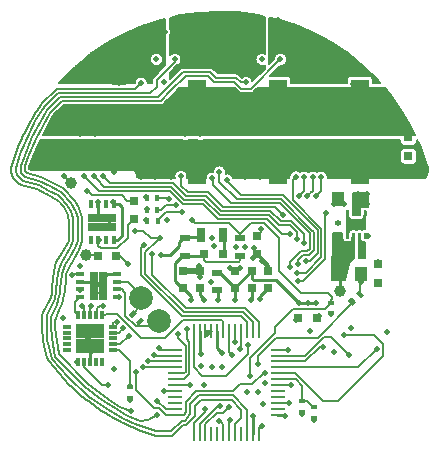
<source format=gtl>
G04 #@! TF.GenerationSoftware,KiCad,Pcbnew,(5.1.5)-3*
G04 #@! TF.CreationDate,2020-04-05T23:19:53-02:30*
G04 #@! TF.ProjectId,Thruster_Controller,54687275-7374-4657-925f-436f6e74726f,rev?*
G04 #@! TF.SameCoordinates,Original*
G04 #@! TF.FileFunction,Copper,L1,Top*
G04 #@! TF.FilePolarity,Positive*
%FSLAX46Y46*%
G04 Gerber Fmt 4.6, Leading zero omitted, Abs format (unit mm)*
G04 Created by KiCad (PCBNEW (5.1.5)-3) date 2020-04-05 23:19:53*
%MOMM*%
%LPD*%
G04 APERTURE LIST*
%ADD10C,4.000000*%
%ADD11R,1.300000X0.250000*%
%ADD12R,0.250000X1.300000*%
%ADD13R,0.750000X0.800000*%
%ADD14R,0.800000X0.800000*%
%ADD15R,0.900000X0.500000*%
%ADD16R,1.250000X1.250000*%
%ADD17R,0.300000X0.730000*%
%ADD18R,0.730000X0.300000*%
%ADD19R,1.200000X0.775000*%
%ADD20R,0.350000X0.650000*%
%ADD21R,0.650000X0.350000*%
%ADD22R,0.775000X1.200000*%
%ADD23R,1.000000X1.250000*%
%ADD24R,0.700000X1.300000*%
%ADD25R,0.600000X0.400000*%
%ADD26C,0.100000*%
%ADD27R,0.400000X0.600000*%
%ADD28R,2.500000X1.850000*%
%ADD29R,0.800000X0.750000*%
%ADD30C,2.000000*%
%ADD31C,1.000000*%
%ADD32R,1.600000X3.500000*%
%ADD33R,1.600000X1.000000*%
%ADD34C,0.500000*%
%ADD35C,0.250000*%
%ADD36C,0.127000*%
%ADD37C,0.500000*%
%ADD38C,0.200000*%
G04 APERTURE END LIST*
D10*
X107250000Y-85050000D03*
X98750000Y-83400000D03*
X90950000Y-85350000D03*
D11*
X95650000Y-115225000D03*
X95650000Y-114725000D03*
X95650000Y-114225000D03*
X95650000Y-113725000D03*
X95650000Y-113225000D03*
X95650000Y-112725000D03*
X95650000Y-112225000D03*
X95650000Y-111725000D03*
X95650000Y-111225000D03*
X95650000Y-110725000D03*
X95650000Y-110225000D03*
X95650000Y-109725000D03*
D12*
X97250000Y-108125000D03*
X97750000Y-108125000D03*
X98250000Y-108125000D03*
X98750000Y-108125000D03*
X99250000Y-108125000D03*
X99750000Y-108125000D03*
X100250000Y-108125000D03*
X100750000Y-108125000D03*
X101250000Y-108125000D03*
X101750000Y-108125000D03*
X102250000Y-108125000D03*
X102750000Y-108125000D03*
D11*
X104350000Y-109725000D03*
X104350000Y-110225000D03*
X104350000Y-110725000D03*
X104350000Y-111225000D03*
X104350000Y-111725000D03*
X104350000Y-112225000D03*
X104350000Y-112725000D03*
X104350000Y-113225000D03*
X104350000Y-113725000D03*
X104350000Y-114225000D03*
X104350000Y-114725000D03*
X104350000Y-115225000D03*
D12*
X102750000Y-116825000D03*
X102250000Y-116825000D03*
X101750000Y-116825000D03*
X101250000Y-116825000D03*
X100750000Y-116825000D03*
X100250000Y-116825000D03*
X99750000Y-116825000D03*
X99250000Y-116825000D03*
X98750000Y-116825000D03*
X98250000Y-116825000D03*
X97750000Y-116825000D03*
X97250000Y-116825000D03*
D13*
X100760000Y-104540000D03*
X100760000Y-103040000D03*
X102600000Y-101625000D03*
X102600000Y-100125000D03*
X97770000Y-103030000D03*
X97770000Y-104530000D03*
X102150000Y-104525000D03*
X102150000Y-103025000D03*
X103550000Y-104525000D03*
X103550000Y-103025000D03*
X96375000Y-104525000D03*
X96375000Y-103025000D03*
D14*
X99735000Y-101615000D03*
X98135000Y-101615000D03*
X112900000Y-104050000D03*
X112900000Y-102450000D03*
D15*
X101175000Y-101775000D03*
X101175000Y-100275000D03*
X99250000Y-104690000D03*
X99250000Y-103190000D03*
X96490000Y-101765000D03*
X96490000Y-100265000D03*
D16*
X87850000Y-108150000D03*
X87850000Y-109400000D03*
X89100000Y-108150000D03*
X89100000Y-109400000D03*
D17*
X87475000Y-106810000D03*
X87975000Y-106810000D03*
X88475000Y-106810000D03*
X88975000Y-106810000D03*
X89475000Y-106810000D03*
D18*
X90440000Y-107775000D03*
X90440000Y-108275000D03*
X90440000Y-108775000D03*
X90440000Y-109275000D03*
X90440000Y-109775000D03*
D17*
X89475000Y-110740000D03*
X88975000Y-110740000D03*
X88475000Y-110740000D03*
X87975000Y-110740000D03*
X87475000Y-110740000D03*
D18*
X86510000Y-109775000D03*
X86510000Y-109275000D03*
X86510000Y-108775000D03*
X86510000Y-108275000D03*
X86510000Y-107775000D03*
D19*
X90100000Y-98537500D03*
X88900000Y-98537500D03*
X90100000Y-99312500D03*
X88900000Y-99312500D03*
D20*
X90475000Y-100475000D03*
X89825000Y-100475000D03*
X89175000Y-100475000D03*
X88525000Y-100475000D03*
X88525000Y-97375000D03*
X89175000Y-97375000D03*
X89825000Y-97375000D03*
X90475000Y-97375000D03*
D21*
X87625000Y-103325000D03*
X87625000Y-103975000D03*
X87625000Y-104625000D03*
X87625000Y-105275000D03*
X90725000Y-105275000D03*
X90725000Y-104625000D03*
X90725000Y-103975000D03*
X90725000Y-103325000D03*
D22*
X89562500Y-104900000D03*
X89562500Y-103700000D03*
X88787500Y-104900000D03*
X88787500Y-103700000D03*
D14*
X115430000Y-93350000D03*
X115430000Y-91750000D03*
D23*
X109500000Y-96975000D03*
X111500000Y-96975000D03*
D24*
X109600000Y-101375000D03*
X111500000Y-101375000D03*
D25*
X109450000Y-99025000D03*
X109450000Y-99925000D03*
G04 #@! TA.AperFunction,SMDPad,CuDef*
D26*
G36*
X111738821Y-98685434D02*
G01*
X111747557Y-98686730D01*
X111756125Y-98688876D01*
X111764441Y-98691852D01*
X111772425Y-98695628D01*
X111780000Y-98700169D01*
X111787094Y-98705430D01*
X111793639Y-98711361D01*
X111799570Y-98717906D01*
X111804831Y-98725000D01*
X111809372Y-98732575D01*
X111813148Y-98740559D01*
X111816124Y-98748875D01*
X111818270Y-98757443D01*
X111819566Y-98766179D01*
X111819999Y-98775001D01*
X111819999Y-99495001D01*
X111819566Y-99503823D01*
X111818270Y-99512559D01*
X111816124Y-99521127D01*
X111813148Y-99529443D01*
X111809372Y-99537427D01*
X111804831Y-99545002D01*
X111799570Y-99552096D01*
X111793639Y-99558641D01*
X111787094Y-99564572D01*
X111780000Y-99569833D01*
X111772425Y-99574374D01*
X111764441Y-99578150D01*
X111756125Y-99581126D01*
X111747557Y-99583272D01*
X111738821Y-99584568D01*
X111729999Y-99585001D01*
X110309999Y-99585001D01*
X110301177Y-99584568D01*
X110292441Y-99583272D01*
X110283873Y-99581126D01*
X110275557Y-99578150D01*
X110267573Y-99574374D01*
X110259998Y-99569833D01*
X110252904Y-99564572D01*
X110246359Y-99558641D01*
X110240428Y-99552096D01*
X110235167Y-99545002D01*
X110230626Y-99537427D01*
X110226850Y-99529443D01*
X110223874Y-99521127D01*
X110221728Y-99512559D01*
X110220432Y-99503823D01*
X110219999Y-99495001D01*
X110219999Y-98775001D01*
X110220432Y-98766179D01*
X110221728Y-98757443D01*
X110223874Y-98748875D01*
X110226850Y-98740559D01*
X110230626Y-98732575D01*
X110235167Y-98725000D01*
X110240428Y-98717906D01*
X110246359Y-98711361D01*
X110252904Y-98705430D01*
X110259998Y-98700169D01*
X110267573Y-98695628D01*
X110275557Y-98691852D01*
X110283873Y-98688876D01*
X110292441Y-98686730D01*
X110301177Y-98685434D01*
X110309999Y-98685001D01*
X111729999Y-98685001D01*
X111738821Y-98685434D01*
G37*
G04 #@! TD.AperFunction*
G04 #@! TA.AperFunction,SMDPad,CuDef*
G36*
X111872449Y-97935121D02*
G01*
X111874876Y-97935481D01*
X111877256Y-97936077D01*
X111879566Y-97936904D01*
X111881784Y-97937953D01*
X111883888Y-97939214D01*
X111885859Y-97940676D01*
X111887677Y-97942323D01*
X111889324Y-97944141D01*
X111890786Y-97946112D01*
X111892047Y-97948216D01*
X111893096Y-97950434D01*
X111893923Y-97952744D01*
X111894519Y-97955124D01*
X111894879Y-97957551D01*
X111894999Y-97960001D01*
X111894999Y-98410001D01*
X111894879Y-98412451D01*
X111894519Y-98414878D01*
X111893923Y-98417258D01*
X111893096Y-98419568D01*
X111892047Y-98421786D01*
X111890786Y-98423890D01*
X111889324Y-98425861D01*
X111887677Y-98427679D01*
X111885859Y-98429326D01*
X111883888Y-98430788D01*
X111881784Y-98432049D01*
X111879566Y-98433098D01*
X111877256Y-98433925D01*
X111874876Y-98434521D01*
X111872449Y-98434881D01*
X111869999Y-98435001D01*
X111669999Y-98435001D01*
X111667549Y-98434881D01*
X111665122Y-98434521D01*
X111662742Y-98433925D01*
X111660432Y-98433098D01*
X111658214Y-98432049D01*
X111656110Y-98430788D01*
X111654139Y-98429326D01*
X111652321Y-98427679D01*
X111650674Y-98425861D01*
X111649212Y-98423890D01*
X111647951Y-98421786D01*
X111646902Y-98419568D01*
X111646075Y-98417258D01*
X111645479Y-98414878D01*
X111645119Y-98412451D01*
X111644999Y-98410001D01*
X111644999Y-97960001D01*
X111645119Y-97957551D01*
X111645479Y-97955124D01*
X111646075Y-97952744D01*
X111646902Y-97950434D01*
X111647951Y-97948216D01*
X111649212Y-97946112D01*
X111650674Y-97944141D01*
X111652321Y-97942323D01*
X111654139Y-97940676D01*
X111656110Y-97939214D01*
X111658214Y-97937953D01*
X111660432Y-97936904D01*
X111662742Y-97936077D01*
X111665122Y-97935481D01*
X111667549Y-97935121D01*
X111669999Y-97935001D01*
X111869999Y-97935001D01*
X111872449Y-97935121D01*
G37*
G04 #@! TD.AperFunction*
G04 #@! TA.AperFunction,SMDPad,CuDef*
G36*
X111372449Y-97935121D02*
G01*
X111374876Y-97935481D01*
X111377256Y-97936077D01*
X111379566Y-97936904D01*
X111381784Y-97937953D01*
X111383888Y-97939214D01*
X111385859Y-97940676D01*
X111387677Y-97942323D01*
X111389324Y-97944141D01*
X111390786Y-97946112D01*
X111392047Y-97948216D01*
X111393096Y-97950434D01*
X111393923Y-97952744D01*
X111394519Y-97955124D01*
X111394879Y-97957551D01*
X111394999Y-97960001D01*
X111394999Y-98410001D01*
X111394879Y-98412451D01*
X111394519Y-98414878D01*
X111393923Y-98417258D01*
X111393096Y-98419568D01*
X111392047Y-98421786D01*
X111390786Y-98423890D01*
X111389324Y-98425861D01*
X111387677Y-98427679D01*
X111385859Y-98429326D01*
X111383888Y-98430788D01*
X111381784Y-98432049D01*
X111379566Y-98433098D01*
X111377256Y-98433925D01*
X111374876Y-98434521D01*
X111372449Y-98434881D01*
X111369999Y-98435001D01*
X111169999Y-98435001D01*
X111167549Y-98434881D01*
X111165122Y-98434521D01*
X111162742Y-98433925D01*
X111160432Y-98433098D01*
X111158214Y-98432049D01*
X111156110Y-98430788D01*
X111154139Y-98429326D01*
X111152321Y-98427679D01*
X111150674Y-98425861D01*
X111149212Y-98423890D01*
X111147951Y-98421786D01*
X111146902Y-98419568D01*
X111146075Y-98417258D01*
X111145479Y-98414878D01*
X111145119Y-98412451D01*
X111144999Y-98410001D01*
X111144999Y-97960001D01*
X111145119Y-97957551D01*
X111145479Y-97955124D01*
X111146075Y-97952744D01*
X111146902Y-97950434D01*
X111147951Y-97948216D01*
X111149212Y-97946112D01*
X111150674Y-97944141D01*
X111152321Y-97942323D01*
X111154139Y-97940676D01*
X111156110Y-97939214D01*
X111158214Y-97937953D01*
X111160432Y-97936904D01*
X111162742Y-97936077D01*
X111165122Y-97935481D01*
X111167549Y-97935121D01*
X111169999Y-97935001D01*
X111369999Y-97935001D01*
X111372449Y-97935121D01*
G37*
G04 #@! TD.AperFunction*
G04 #@! TA.AperFunction,SMDPad,CuDef*
G36*
X110872449Y-97935121D02*
G01*
X110874876Y-97935481D01*
X110877256Y-97936077D01*
X110879566Y-97936904D01*
X110881784Y-97937953D01*
X110883888Y-97939214D01*
X110885859Y-97940676D01*
X110887677Y-97942323D01*
X110889324Y-97944141D01*
X110890786Y-97946112D01*
X110892047Y-97948216D01*
X110893096Y-97950434D01*
X110893923Y-97952744D01*
X110894519Y-97955124D01*
X110894879Y-97957551D01*
X110894999Y-97960001D01*
X110894999Y-98410001D01*
X110894879Y-98412451D01*
X110894519Y-98414878D01*
X110893923Y-98417258D01*
X110893096Y-98419568D01*
X110892047Y-98421786D01*
X110890786Y-98423890D01*
X110889324Y-98425861D01*
X110887677Y-98427679D01*
X110885859Y-98429326D01*
X110883888Y-98430788D01*
X110881784Y-98432049D01*
X110879566Y-98433098D01*
X110877256Y-98433925D01*
X110874876Y-98434521D01*
X110872449Y-98434881D01*
X110869999Y-98435001D01*
X110669999Y-98435001D01*
X110667549Y-98434881D01*
X110665122Y-98434521D01*
X110662742Y-98433925D01*
X110660432Y-98433098D01*
X110658214Y-98432049D01*
X110656110Y-98430788D01*
X110654139Y-98429326D01*
X110652321Y-98427679D01*
X110650674Y-98425861D01*
X110649212Y-98423890D01*
X110647951Y-98421786D01*
X110646902Y-98419568D01*
X110646075Y-98417258D01*
X110645479Y-98414878D01*
X110645119Y-98412451D01*
X110644999Y-98410001D01*
X110644999Y-97960001D01*
X110645119Y-97957551D01*
X110645479Y-97955124D01*
X110646075Y-97952744D01*
X110646902Y-97950434D01*
X110647951Y-97948216D01*
X110649212Y-97946112D01*
X110650674Y-97944141D01*
X110652321Y-97942323D01*
X110654139Y-97940676D01*
X110656110Y-97939214D01*
X110658214Y-97937953D01*
X110660432Y-97936904D01*
X110662742Y-97936077D01*
X110665122Y-97935481D01*
X110667549Y-97935121D01*
X110669999Y-97935001D01*
X110869999Y-97935001D01*
X110872449Y-97935121D01*
G37*
G04 #@! TD.AperFunction*
G04 #@! TA.AperFunction,SMDPad,CuDef*
G36*
X110372449Y-97935121D02*
G01*
X110374876Y-97935481D01*
X110377256Y-97936077D01*
X110379566Y-97936904D01*
X110381784Y-97937953D01*
X110383888Y-97939214D01*
X110385859Y-97940676D01*
X110387677Y-97942323D01*
X110389324Y-97944141D01*
X110390786Y-97946112D01*
X110392047Y-97948216D01*
X110393096Y-97950434D01*
X110393923Y-97952744D01*
X110394519Y-97955124D01*
X110394879Y-97957551D01*
X110394999Y-97960001D01*
X110394999Y-98410001D01*
X110394879Y-98412451D01*
X110394519Y-98414878D01*
X110393923Y-98417258D01*
X110393096Y-98419568D01*
X110392047Y-98421786D01*
X110390786Y-98423890D01*
X110389324Y-98425861D01*
X110387677Y-98427679D01*
X110385859Y-98429326D01*
X110383888Y-98430788D01*
X110381784Y-98432049D01*
X110379566Y-98433098D01*
X110377256Y-98433925D01*
X110374876Y-98434521D01*
X110372449Y-98434881D01*
X110369999Y-98435001D01*
X110169999Y-98435001D01*
X110167549Y-98434881D01*
X110165122Y-98434521D01*
X110162742Y-98433925D01*
X110160432Y-98433098D01*
X110158214Y-98432049D01*
X110156110Y-98430788D01*
X110154139Y-98429326D01*
X110152321Y-98427679D01*
X110150674Y-98425861D01*
X110149212Y-98423890D01*
X110147951Y-98421786D01*
X110146902Y-98419568D01*
X110146075Y-98417258D01*
X110145479Y-98414878D01*
X110145119Y-98412451D01*
X110144999Y-98410001D01*
X110144999Y-97960001D01*
X110145119Y-97957551D01*
X110145479Y-97955124D01*
X110146075Y-97952744D01*
X110146902Y-97950434D01*
X110147951Y-97948216D01*
X110149212Y-97946112D01*
X110150674Y-97944141D01*
X110152321Y-97942323D01*
X110154139Y-97940676D01*
X110156110Y-97939214D01*
X110158214Y-97937953D01*
X110160432Y-97936904D01*
X110162742Y-97936077D01*
X110165122Y-97935481D01*
X110167549Y-97935121D01*
X110169999Y-97935001D01*
X110369999Y-97935001D01*
X110372449Y-97935121D01*
G37*
G04 #@! TD.AperFunction*
G04 #@! TA.AperFunction,SMDPad,CuDef*
G36*
X110372449Y-99835121D02*
G01*
X110374876Y-99835481D01*
X110377256Y-99836077D01*
X110379566Y-99836904D01*
X110381784Y-99837953D01*
X110383888Y-99839214D01*
X110385859Y-99840676D01*
X110387677Y-99842323D01*
X110389324Y-99844141D01*
X110390786Y-99846112D01*
X110392047Y-99848216D01*
X110393096Y-99850434D01*
X110393923Y-99852744D01*
X110394519Y-99855124D01*
X110394879Y-99857551D01*
X110394999Y-99860001D01*
X110394999Y-100310001D01*
X110394879Y-100312451D01*
X110394519Y-100314878D01*
X110393923Y-100317258D01*
X110393096Y-100319568D01*
X110392047Y-100321786D01*
X110390786Y-100323890D01*
X110389324Y-100325861D01*
X110387677Y-100327679D01*
X110385859Y-100329326D01*
X110383888Y-100330788D01*
X110381784Y-100332049D01*
X110379566Y-100333098D01*
X110377256Y-100333925D01*
X110374876Y-100334521D01*
X110372449Y-100334881D01*
X110369999Y-100335001D01*
X110169999Y-100335001D01*
X110167549Y-100334881D01*
X110165122Y-100334521D01*
X110162742Y-100333925D01*
X110160432Y-100333098D01*
X110158214Y-100332049D01*
X110156110Y-100330788D01*
X110154139Y-100329326D01*
X110152321Y-100327679D01*
X110150674Y-100325861D01*
X110149212Y-100323890D01*
X110147951Y-100321786D01*
X110146902Y-100319568D01*
X110146075Y-100317258D01*
X110145479Y-100314878D01*
X110145119Y-100312451D01*
X110144999Y-100310001D01*
X110144999Y-99860001D01*
X110145119Y-99857551D01*
X110145479Y-99855124D01*
X110146075Y-99852744D01*
X110146902Y-99850434D01*
X110147951Y-99848216D01*
X110149212Y-99846112D01*
X110150674Y-99844141D01*
X110152321Y-99842323D01*
X110154139Y-99840676D01*
X110156110Y-99839214D01*
X110158214Y-99837953D01*
X110160432Y-99836904D01*
X110162742Y-99836077D01*
X110165122Y-99835481D01*
X110167549Y-99835121D01*
X110169999Y-99835001D01*
X110369999Y-99835001D01*
X110372449Y-99835121D01*
G37*
G04 #@! TD.AperFunction*
G04 #@! TA.AperFunction,SMDPad,CuDef*
G36*
X110872449Y-99835121D02*
G01*
X110874876Y-99835481D01*
X110877256Y-99836077D01*
X110879566Y-99836904D01*
X110881784Y-99837953D01*
X110883888Y-99839214D01*
X110885859Y-99840676D01*
X110887677Y-99842323D01*
X110889324Y-99844141D01*
X110890786Y-99846112D01*
X110892047Y-99848216D01*
X110893096Y-99850434D01*
X110893923Y-99852744D01*
X110894519Y-99855124D01*
X110894879Y-99857551D01*
X110894999Y-99860001D01*
X110894999Y-100310001D01*
X110894879Y-100312451D01*
X110894519Y-100314878D01*
X110893923Y-100317258D01*
X110893096Y-100319568D01*
X110892047Y-100321786D01*
X110890786Y-100323890D01*
X110889324Y-100325861D01*
X110887677Y-100327679D01*
X110885859Y-100329326D01*
X110883888Y-100330788D01*
X110881784Y-100332049D01*
X110879566Y-100333098D01*
X110877256Y-100333925D01*
X110874876Y-100334521D01*
X110872449Y-100334881D01*
X110869999Y-100335001D01*
X110669999Y-100335001D01*
X110667549Y-100334881D01*
X110665122Y-100334521D01*
X110662742Y-100333925D01*
X110660432Y-100333098D01*
X110658214Y-100332049D01*
X110656110Y-100330788D01*
X110654139Y-100329326D01*
X110652321Y-100327679D01*
X110650674Y-100325861D01*
X110649212Y-100323890D01*
X110647951Y-100321786D01*
X110646902Y-100319568D01*
X110646075Y-100317258D01*
X110645479Y-100314878D01*
X110645119Y-100312451D01*
X110644999Y-100310001D01*
X110644999Y-99860001D01*
X110645119Y-99857551D01*
X110645479Y-99855124D01*
X110646075Y-99852744D01*
X110646902Y-99850434D01*
X110647951Y-99848216D01*
X110649212Y-99846112D01*
X110650674Y-99844141D01*
X110652321Y-99842323D01*
X110654139Y-99840676D01*
X110656110Y-99839214D01*
X110658214Y-99837953D01*
X110660432Y-99836904D01*
X110662742Y-99836077D01*
X110665122Y-99835481D01*
X110667549Y-99835121D01*
X110669999Y-99835001D01*
X110869999Y-99835001D01*
X110872449Y-99835121D01*
G37*
G04 #@! TD.AperFunction*
G04 #@! TA.AperFunction,SMDPad,CuDef*
G36*
X111372449Y-99835121D02*
G01*
X111374876Y-99835481D01*
X111377256Y-99836077D01*
X111379566Y-99836904D01*
X111381784Y-99837953D01*
X111383888Y-99839214D01*
X111385859Y-99840676D01*
X111387677Y-99842323D01*
X111389324Y-99844141D01*
X111390786Y-99846112D01*
X111392047Y-99848216D01*
X111393096Y-99850434D01*
X111393923Y-99852744D01*
X111394519Y-99855124D01*
X111394879Y-99857551D01*
X111394999Y-99860001D01*
X111394999Y-100310001D01*
X111394879Y-100312451D01*
X111394519Y-100314878D01*
X111393923Y-100317258D01*
X111393096Y-100319568D01*
X111392047Y-100321786D01*
X111390786Y-100323890D01*
X111389324Y-100325861D01*
X111387677Y-100327679D01*
X111385859Y-100329326D01*
X111383888Y-100330788D01*
X111381784Y-100332049D01*
X111379566Y-100333098D01*
X111377256Y-100333925D01*
X111374876Y-100334521D01*
X111372449Y-100334881D01*
X111369999Y-100335001D01*
X111169999Y-100335001D01*
X111167549Y-100334881D01*
X111165122Y-100334521D01*
X111162742Y-100333925D01*
X111160432Y-100333098D01*
X111158214Y-100332049D01*
X111156110Y-100330788D01*
X111154139Y-100329326D01*
X111152321Y-100327679D01*
X111150674Y-100325861D01*
X111149212Y-100323890D01*
X111147951Y-100321786D01*
X111146902Y-100319568D01*
X111146075Y-100317258D01*
X111145479Y-100314878D01*
X111145119Y-100312451D01*
X111144999Y-100310001D01*
X111144999Y-99860001D01*
X111145119Y-99857551D01*
X111145479Y-99855124D01*
X111146075Y-99852744D01*
X111146902Y-99850434D01*
X111147951Y-99848216D01*
X111149212Y-99846112D01*
X111150674Y-99844141D01*
X111152321Y-99842323D01*
X111154139Y-99840676D01*
X111156110Y-99839214D01*
X111158214Y-99837953D01*
X111160432Y-99836904D01*
X111162742Y-99836077D01*
X111165122Y-99835481D01*
X111167549Y-99835121D01*
X111169999Y-99835001D01*
X111369999Y-99835001D01*
X111372449Y-99835121D01*
G37*
G04 #@! TD.AperFunction*
G04 #@! TA.AperFunction,SMDPad,CuDef*
G36*
X111872449Y-99835121D02*
G01*
X111874876Y-99835481D01*
X111877256Y-99836077D01*
X111879566Y-99836904D01*
X111881784Y-99837953D01*
X111883888Y-99839214D01*
X111885859Y-99840676D01*
X111887677Y-99842323D01*
X111889324Y-99844141D01*
X111890786Y-99846112D01*
X111892047Y-99848216D01*
X111893096Y-99850434D01*
X111893923Y-99852744D01*
X111894519Y-99855124D01*
X111894879Y-99857551D01*
X111894999Y-99860001D01*
X111894999Y-100310001D01*
X111894879Y-100312451D01*
X111894519Y-100314878D01*
X111893923Y-100317258D01*
X111893096Y-100319568D01*
X111892047Y-100321786D01*
X111890786Y-100323890D01*
X111889324Y-100325861D01*
X111887677Y-100327679D01*
X111885859Y-100329326D01*
X111883888Y-100330788D01*
X111881784Y-100332049D01*
X111879566Y-100333098D01*
X111877256Y-100333925D01*
X111874876Y-100334521D01*
X111872449Y-100334881D01*
X111869999Y-100335001D01*
X111669999Y-100335001D01*
X111667549Y-100334881D01*
X111665122Y-100334521D01*
X111662742Y-100333925D01*
X111660432Y-100333098D01*
X111658214Y-100332049D01*
X111656110Y-100330788D01*
X111654139Y-100329326D01*
X111652321Y-100327679D01*
X111650674Y-100325861D01*
X111649212Y-100323890D01*
X111647951Y-100321786D01*
X111646902Y-100319568D01*
X111646075Y-100317258D01*
X111645479Y-100314878D01*
X111645119Y-100312451D01*
X111644999Y-100310001D01*
X111644999Y-99860001D01*
X111645119Y-99857551D01*
X111645479Y-99855124D01*
X111646075Y-99852744D01*
X111646902Y-99850434D01*
X111647951Y-99848216D01*
X111649212Y-99846112D01*
X111650674Y-99844141D01*
X111652321Y-99842323D01*
X111654139Y-99840676D01*
X111656110Y-99839214D01*
X111658214Y-99837953D01*
X111660432Y-99836904D01*
X111662742Y-99836077D01*
X111665122Y-99835481D01*
X111667549Y-99835121D01*
X111669999Y-99835001D01*
X111869999Y-99835001D01*
X111872449Y-99835121D01*
G37*
G04 #@! TD.AperFunction*
D27*
X93300000Y-98850000D03*
X94200000Y-98850000D03*
X93275000Y-97875000D03*
X94175000Y-97875000D03*
X94175000Y-96900000D03*
X93275000Y-96900000D03*
D28*
X86650000Y-90650000D03*
X86650000Y-93200000D03*
D25*
X107440000Y-114600000D03*
X107440000Y-115500000D03*
G04 #@! TA.AperFunction,SMDPad,CuDef*
D26*
G36*
X111388909Y-105355355D02*
G01*
X110964645Y-104931091D01*
X111247487Y-104648249D01*
X111671751Y-105072513D01*
X111388909Y-105355355D01*
G37*
G04 #@! TD.AperFunction*
G04 #@! TA.AperFunction,SMDPad,CuDef*
G36*
X110752513Y-105991751D02*
G01*
X110328249Y-105567487D01*
X110611091Y-105284645D01*
X111035355Y-105708909D01*
X110752513Y-105991751D01*
G37*
G04 #@! TD.AperFunction*
D25*
X106450000Y-115000000D03*
X106450000Y-114100000D03*
X108920000Y-106640000D03*
X108920000Y-105740000D03*
D29*
X89150000Y-101775000D03*
X90650000Y-101775000D03*
D25*
X91825000Y-112925000D03*
X91825000Y-113825000D03*
G04 #@! TA.AperFunction,SMDPad,CuDef*
D26*
G36*
X92435355Y-106611091D02*
G01*
X92011091Y-107035355D01*
X91728249Y-106752513D01*
X92152513Y-106328249D01*
X92435355Y-106611091D01*
G37*
G04 #@! TD.AperFunction*
G04 #@! TA.AperFunction,SMDPad,CuDef*
G36*
X93071751Y-107247487D02*
G01*
X92647487Y-107671751D01*
X92364645Y-107388909D01*
X92788909Y-106964645D01*
X93071751Y-107247487D01*
G37*
G04 #@! TD.AperFunction*
D30*
X94300000Y-107300000D03*
X92825000Y-105350000D03*
D14*
X92175000Y-98700000D03*
X92175000Y-97100000D03*
X106125000Y-107075000D03*
X107725000Y-107075000D03*
D31*
X109630000Y-104770000D03*
X88150000Y-101750000D03*
X86900000Y-95575000D03*
D23*
X111400000Y-103330000D03*
X109400000Y-103330000D03*
D24*
X99770000Y-99980000D03*
X97870000Y-99980000D03*
D32*
X97550000Y-93985000D03*
X97550000Y-88585000D03*
D33*
X90850000Y-90250000D03*
X90850000Y-93250000D03*
D32*
X104425000Y-88575000D03*
X104425000Y-93975000D03*
D33*
X93025000Y-93250000D03*
X93025000Y-90250000D03*
D32*
X111300000Y-93975000D03*
X111300000Y-88575000D03*
D33*
X88675000Y-90250000D03*
X88675000Y-93250000D03*
D34*
X112720000Y-89670000D03*
X111200000Y-97375000D03*
X111925000Y-97375000D03*
X111900000Y-96525000D03*
X111175000Y-96525000D03*
X109300000Y-90300000D03*
X108500000Y-90300000D03*
X107600000Y-90300000D03*
X106700000Y-90300000D03*
X105500000Y-90300000D03*
X106700000Y-91400000D03*
X105500000Y-91400000D03*
X90700000Y-90300000D03*
X100600000Y-90300000D03*
X99800000Y-90300000D03*
X98900000Y-90300000D03*
X97900000Y-90300000D03*
X97800000Y-91500000D03*
X96500000Y-90300000D03*
X96500000Y-91500000D03*
X91600000Y-90275000D03*
X89900000Y-90275000D03*
X88900000Y-90275000D03*
X88900000Y-91450000D03*
X87625000Y-91450000D03*
X87625000Y-90275000D03*
X94700000Y-87100000D03*
X88275000Y-90875000D03*
X84950000Y-91300000D03*
X85725000Y-91300000D03*
X86475000Y-91300000D03*
X86275000Y-90600000D03*
X85425000Y-90600000D03*
X86475000Y-89875000D03*
X86275000Y-89200000D03*
X85775000Y-89875000D03*
X97200000Y-90800000D03*
X106100000Y-90800000D03*
X110810000Y-89660000D03*
X115225000Y-91125000D03*
X114775000Y-90525000D03*
X114600000Y-89750000D03*
X110800000Y-90825000D03*
X112700000Y-90900000D03*
X100750000Y-105535034D03*
X90450002Y-97225000D03*
X86250000Y-95025000D03*
X110750000Y-87200000D03*
X106200000Y-105756490D03*
X107625000Y-105756490D03*
X106900000Y-105756490D03*
X98075000Y-94425000D03*
X97350000Y-93700000D03*
X97850000Y-92750000D03*
X96975000Y-92700000D03*
X98790000Y-100230000D03*
X109950000Y-97425000D03*
X109175000Y-97425000D03*
X88300000Y-108750000D03*
X88750000Y-107925000D03*
X87625000Y-107900000D03*
X87725000Y-109525000D03*
X90475000Y-111350000D03*
X88975000Y-109550000D03*
X88825000Y-103600000D03*
X90150000Y-99300000D03*
X88900000Y-99325000D03*
X106460000Y-115140000D03*
X98800000Y-111150000D03*
X98100000Y-112700000D03*
X99675000Y-111150000D03*
X112400000Y-94660000D03*
X111240000Y-94660000D03*
X103540000Y-94710000D03*
X102220000Y-94720000D03*
X93380000Y-94710000D03*
X94690000Y-94690000D03*
X98960000Y-100930000D03*
X102250000Y-101950000D03*
X101150000Y-102850000D03*
X97800000Y-103600000D03*
X101625000Y-101000000D03*
X100875000Y-101000000D03*
X102375000Y-101150000D03*
X100350000Y-102825000D03*
X111175000Y-103100000D03*
X111575000Y-99125000D03*
X110425000Y-99125000D03*
X97700000Y-102600000D03*
X92800000Y-95100000D03*
X95300000Y-95100000D03*
X101600000Y-95100000D03*
X102900000Y-95100000D03*
X104100000Y-95100000D03*
X112900000Y-95000000D03*
X111800000Y-95000000D03*
X110700000Y-95000000D03*
X112900000Y-94300000D03*
X110700000Y-94300000D03*
X104100000Y-94300000D03*
X101600000Y-94300000D03*
X102900000Y-94300000D03*
X95300000Y-94300000D03*
X94000000Y-94300000D03*
X92800000Y-94300000D03*
X87000000Y-94200000D03*
X86200000Y-94200000D03*
X85500000Y-94200000D03*
X84800000Y-94200000D03*
X87400000Y-93600000D03*
X87200000Y-92900000D03*
X84375000Y-92200000D03*
X85100000Y-92200000D03*
X85875000Y-92200000D03*
X86625000Y-92200000D03*
X84725000Y-92850000D03*
X85500000Y-92850000D03*
X86275000Y-92850000D03*
X84375000Y-93450000D03*
X85100000Y-93450000D03*
X85875000Y-93425000D03*
X86625000Y-93500000D03*
X94100000Y-85150000D03*
X84000000Y-94200000D03*
X111800000Y-94300000D03*
X94000000Y-95100000D03*
X98700000Y-104000000D03*
X111400000Y-104000000D03*
X94690000Y-93490000D03*
X92850000Y-93550000D03*
X98375000Y-108400000D03*
X94751251Y-113224999D03*
X103025000Y-85150000D03*
X94700000Y-92625000D03*
X92875000Y-92625000D03*
X102025000Y-92650000D03*
X103600000Y-92650000D03*
X94999996Y-98750000D03*
X102998810Y-116194771D03*
X100499971Y-110173882D03*
X103125000Y-114350000D03*
X103258597Y-112512448D03*
X102999998Y-102175000D03*
X89150002Y-97225000D03*
X89650000Y-104850000D03*
X89625000Y-103593750D03*
X88825000Y-104825000D03*
X86175004Y-107025000D03*
X87650000Y-102650000D03*
X91650000Y-102450000D03*
X102025000Y-93500000D03*
X103600000Y-93500000D03*
X110800000Y-92625000D03*
X112700000Y-92600000D03*
X112675000Y-93550000D03*
X110825000Y-93500000D03*
X90475000Y-94675000D03*
X90649988Y-101775012D03*
X115550000Y-94790000D03*
X110600000Y-107900000D03*
X107110000Y-108130000D03*
X109110000Y-109960000D03*
X102975000Y-99525000D03*
X98125000Y-105535064D03*
X101700000Y-87100000D03*
X100297896Y-115636251D03*
X94125000Y-115250000D03*
X92800000Y-87150000D03*
X91975000Y-114925000D03*
X99375000Y-115724978D03*
X104600000Y-85150000D03*
X106610000Y-95110000D03*
X106188522Y-96689703D03*
X105415454Y-102736490D03*
X98810000Y-95210000D03*
X95650000Y-85150000D03*
X88000000Y-95050000D03*
X105400366Y-99957757D03*
X102125000Y-105535044D03*
X102900000Y-105450000D03*
X87374998Y-110740000D03*
X89975000Y-112725000D03*
X91825000Y-113975000D03*
X107440000Y-115680000D03*
X97875000Y-111075000D03*
X102675000Y-113300000D03*
X101775000Y-113300000D03*
X109650000Y-101250000D03*
X109650000Y-100125000D03*
X109650000Y-103700000D03*
X109650000Y-102450000D03*
X112880000Y-102260000D03*
X97050000Y-105500002D03*
X108920000Y-106710000D03*
X88575000Y-106025000D03*
X90911490Y-105300000D03*
X107900000Y-106900000D03*
X113590000Y-108240000D03*
X105000000Y-115300000D03*
X93250000Y-98775000D03*
X105300012Y-114225000D03*
X93275000Y-97800000D03*
X93250000Y-96825000D03*
X105500000Y-112738510D03*
X96975000Y-112725000D03*
X102263510Y-115348240D03*
X97875000Y-110050000D03*
X99675000Y-110025000D03*
X115430000Y-93350000D03*
X112900000Y-104025000D03*
X105600000Y-85400000D03*
X106200000Y-85400000D03*
X106800000Y-85400000D03*
X107400000Y-85400000D03*
X108000000Y-85400000D03*
X107400000Y-86000000D03*
X106200000Y-86000000D03*
X105600000Y-86000000D03*
X106800000Y-86000000D03*
X106200000Y-84600000D03*
X108000000Y-86000000D03*
X107400000Y-84600000D03*
X108600000Y-84800000D03*
X110000000Y-86400000D03*
X110750000Y-85600000D03*
X109800000Y-84800000D03*
X108000000Y-83800000D03*
X106800000Y-83800000D03*
X105600000Y-83800000D03*
X104400000Y-83800000D03*
X105000000Y-82800000D03*
X106200000Y-82800000D03*
X104400000Y-81850000D03*
X105000000Y-84400000D03*
X103900000Y-82800000D03*
X103900000Y-84400000D03*
X107300000Y-83100000D03*
X98400000Y-84700000D03*
X99600000Y-84700000D03*
X97800000Y-81800000D03*
X99000000Y-81800000D03*
X97200000Y-82800000D03*
X98400000Y-82800000D03*
X99600000Y-82800000D03*
X97800000Y-83800000D03*
X99000000Y-83800000D03*
X100200000Y-83800000D03*
X102350000Y-86100000D03*
X102600000Y-83800000D03*
X102600000Y-81800000D03*
X102000000Y-82800000D03*
X101400000Y-83800000D03*
X101400000Y-81800000D03*
X96600000Y-83800000D03*
X95400000Y-83800000D03*
X100800000Y-82800000D03*
X96000000Y-82800000D03*
X100200000Y-81800000D03*
X96600000Y-81800000D03*
X95400000Y-81800000D03*
X97200000Y-84700000D03*
X99600000Y-85400000D03*
X99000000Y-85400000D03*
X98400000Y-85400000D03*
X97800000Y-85400000D03*
X97200000Y-85400000D03*
X96600000Y-85400000D03*
X96000000Y-84400000D03*
X100800000Y-84400000D03*
X102000000Y-84400000D03*
X92400000Y-84400000D03*
X89400000Y-85400000D03*
X90000000Y-85400000D03*
X90600000Y-85400000D03*
X90000000Y-86000000D03*
X88800000Y-86000000D03*
X87500000Y-86000000D03*
X88200000Y-86000000D03*
X89400000Y-86000000D03*
X90600000Y-86000000D03*
X90000000Y-84700000D03*
X91200000Y-84700000D03*
X90600000Y-83800000D03*
X91800000Y-83800000D03*
X94800000Y-82800000D03*
X93000000Y-83800000D03*
X92400000Y-82800000D03*
X93600000Y-82800000D03*
X88800000Y-84700000D03*
X88800000Y-85400000D03*
X88200000Y-85400000D03*
X93700000Y-84400000D03*
X86400000Y-86900000D03*
X93450002Y-86125000D03*
X99500000Y-114525000D03*
X102675000Y-110900000D03*
X110681802Y-105638198D03*
X109980000Y-108490000D03*
X108230000Y-109460000D03*
X98225000Y-114725000D03*
X110407903Y-110160241D03*
X94502162Y-101736500D03*
X103249998Y-111700000D03*
X92400000Y-111600000D03*
X112760000Y-109630000D03*
X106024590Y-103204716D03*
X105900000Y-95100000D03*
X100100000Y-95350000D03*
X106732468Y-102240521D03*
X99430000Y-94680000D03*
X106085302Y-102507341D03*
X88800000Y-95050000D03*
X105973514Y-100359649D03*
X106578446Y-100711890D03*
X89560433Y-95050007D03*
X104831511Y-98352468D03*
X96175000Y-95050000D03*
X107350000Y-95110000D03*
X106886413Y-96744150D03*
X108050000Y-95120000D03*
X107602890Y-96753886D03*
X106050155Y-103904261D03*
X108413500Y-98147357D03*
X97124994Y-98750000D03*
X100275000Y-114550000D03*
X102000000Y-111950000D03*
X99350000Y-105535030D03*
X91825000Y-112775000D03*
X94150000Y-114050000D03*
X89575000Y-105994998D03*
X87769030Y-106018670D03*
X86975000Y-103425000D03*
X100736490Y-109107975D03*
X101168480Y-109660372D03*
X94333626Y-109606005D03*
X93910316Y-110163522D03*
X93422417Y-110665489D03*
X92979859Y-111207853D03*
X93707977Y-101651878D03*
X91255002Y-107925000D03*
X93044590Y-100829069D03*
X94425000Y-100263510D03*
X90740558Y-107391757D03*
X92275000Y-99650000D03*
X105250000Y-109725000D03*
X91736500Y-108550000D03*
X96650000Y-107975000D03*
X95900607Y-108400607D03*
X101852845Y-109289552D03*
X95173342Y-96962017D03*
X96258785Y-98030194D03*
X95717166Y-97505842D03*
X89150000Y-101775000D03*
X89199998Y-100475000D03*
X87650000Y-104650000D03*
X112000000Y-100075000D03*
X109450000Y-99025000D03*
X88250000Y-96250000D03*
X105925000Y-107175000D03*
D35*
X100760000Y-104415000D02*
X102150000Y-103025000D01*
X100760000Y-104540000D02*
X100760000Y-104415000D01*
X99395000Y-103175000D02*
X100760000Y-104540000D01*
X99325000Y-103175000D02*
X99395000Y-103175000D01*
X100760000Y-105525034D02*
X100750000Y-105535034D01*
X100760000Y-104540000D02*
X100760000Y-105525034D01*
X90475000Y-97375000D02*
X90475000Y-97249998D01*
X90475000Y-97249998D02*
X90450002Y-97225000D01*
X90750000Y-100475000D02*
X90475000Y-100475000D01*
X91150000Y-97625000D02*
X91150000Y-100075000D01*
X91150000Y-100075000D02*
X90750000Y-100475000D01*
X90475000Y-97375000D02*
X90900000Y-97375000D01*
X90900000Y-97375000D02*
X91150000Y-97625000D01*
D36*
X86800000Y-95575000D02*
X86250000Y-95025000D01*
X104300000Y-87527000D02*
X104300000Y-87100000D01*
X104425000Y-88575000D02*
X104425000Y-89275000D01*
X104475000Y-89275000D02*
X105500000Y-90300000D01*
X104425000Y-89275000D02*
X104475000Y-89275000D01*
X115430000Y-91330000D02*
X115225000Y-91125000D01*
X115430000Y-91750000D02*
X115430000Y-91330000D01*
D35*
X102275000Y-103800000D02*
X104243510Y-103800000D01*
X105950001Y-105506491D02*
X106200000Y-105756490D01*
X102150000Y-103675000D02*
X102275000Y-103800000D01*
X104243510Y-103800000D02*
X105950001Y-105506491D01*
X102150000Y-103025000D02*
X102150000Y-103675000D01*
X106900000Y-105756490D02*
X106200000Y-105756490D01*
X107625000Y-105756490D02*
X106900000Y-105756490D01*
D37*
X97745000Y-103025000D02*
X97750000Y-103020000D01*
X96375000Y-103025000D02*
X97745000Y-103025000D01*
D35*
X97770000Y-102670000D02*
X97700000Y-102600000D01*
X97770000Y-103030000D02*
X97770000Y-102670000D01*
D36*
X98500000Y-108375000D02*
X98250000Y-108125000D01*
X102750000Y-116825000D02*
X102750000Y-117075002D01*
X95650000Y-113225000D02*
X94751252Y-113225000D01*
X94751252Y-113225000D02*
X94751251Y-113224999D01*
X102750000Y-116825000D02*
X102750000Y-116443581D01*
X102750000Y-116443581D02*
X102998810Y-116194771D01*
D35*
X98650000Y-108125000D02*
X98375000Y-108400000D01*
X98750000Y-108125000D02*
X98650000Y-108125000D01*
X98375000Y-108250000D02*
X98250000Y-108125000D01*
X98375000Y-108400000D02*
X98375000Y-108250000D01*
X98250000Y-108125000D02*
X98750000Y-108125000D01*
X103550000Y-102575000D02*
X102600000Y-101625000D01*
X103550000Y-103025000D02*
X103550000Y-102575000D01*
X103550000Y-103025000D02*
X103550000Y-102725002D01*
X103550000Y-102725002D02*
X102999998Y-102175000D01*
D36*
X100249972Y-109923883D02*
X100499971Y-110173882D01*
X100250000Y-108125000D02*
X100250000Y-108902000D01*
X100222988Y-108929012D02*
X100222988Y-109896899D01*
X100250000Y-108902000D02*
X100222988Y-108929012D01*
X100222988Y-109896899D02*
X100249972Y-109923883D01*
D35*
X89175000Y-98262500D02*
X88900000Y-98537500D01*
X89175000Y-97375000D02*
X89175000Y-98262500D01*
X89175000Y-97375000D02*
X89175000Y-97249998D01*
X89175000Y-97249998D02*
X89150002Y-97225000D01*
X90100000Y-99250000D02*
X90150000Y-99300000D01*
X90100000Y-98537500D02*
X90100000Y-99250000D01*
X88975000Y-103987500D02*
X89250000Y-104262500D01*
X87625000Y-103975000D02*
X88512500Y-103975000D01*
X89937500Y-103325000D02*
X89668750Y-103593750D01*
X90725000Y-103325000D02*
X89937500Y-103325000D01*
D36*
X88787500Y-104900000D02*
X88787500Y-104900000D01*
X89562500Y-104900000D02*
X89562500Y-104812500D01*
X89562500Y-104812500D02*
X89562500Y-103700000D01*
D35*
X89668750Y-103593750D02*
X89562500Y-103700000D01*
D36*
X88787500Y-104900000D02*
X89562500Y-104900000D01*
D35*
X88475000Y-110025000D02*
X89100000Y-109400000D01*
X88475000Y-110740000D02*
X88475000Y-110025000D01*
D36*
X90950000Y-101750000D02*
X90675000Y-101750000D01*
X90675000Y-101750000D02*
X90650000Y-101775000D01*
X91650000Y-102450000D02*
X90950000Y-101750000D01*
X100960000Y-103040000D02*
X101150000Y-102850000D01*
X100760000Y-103040000D02*
X100960000Y-103040000D01*
X97125000Y-95050146D02*
X97125000Y-95375000D01*
X97900013Y-95050000D02*
X97900000Y-95050013D01*
X111318198Y-104081802D02*
X111400000Y-104000000D01*
X111318198Y-105001802D02*
X111318198Y-104081802D01*
X102975000Y-99750000D02*
X102600000Y-100125000D01*
X102975000Y-99525000D02*
X102975000Y-99750000D01*
X97950000Y-105300000D02*
X97925001Y-105285003D01*
D35*
X98125000Y-105475000D02*
X98125000Y-105535064D01*
X97950000Y-105300000D02*
X98125000Y-105475000D01*
X97770000Y-105120000D02*
X97770000Y-104530000D01*
X97950000Y-105300000D02*
X97770000Y-105120000D01*
D36*
X100250000Y-116825000D02*
X100250000Y-116925000D01*
X100250000Y-116825000D02*
X100250000Y-115684147D01*
X100250000Y-115684147D02*
X100297896Y-115636251D01*
X101225000Y-87100000D02*
X101700000Y-87100000D01*
X94270980Y-88304020D02*
X96375000Y-86200000D01*
X84825000Y-89450000D02*
X85951070Y-88304020D01*
X84717411Y-89606589D02*
X84825000Y-89450000D01*
X84150000Y-95425000D02*
X82966124Y-95112619D01*
X82966124Y-95112619D02*
X82600000Y-94746495D01*
X85125000Y-95900000D02*
X84150000Y-95425000D01*
X86001750Y-96373250D02*
X85125000Y-95900000D01*
X87275000Y-98050000D02*
X86900000Y-97300000D01*
X87200000Y-101125000D02*
X87425396Y-100525000D01*
X85550000Y-110325000D02*
X85225000Y-108700000D01*
X88050000Y-112900000D02*
X85550000Y-110325000D01*
X85975000Y-104475000D02*
X86025000Y-104025000D01*
X89525000Y-114025000D02*
X88050000Y-112900000D01*
X83575000Y-91750000D02*
X84717411Y-89606589D01*
X90975000Y-114925000D02*
X89525000Y-114025000D01*
X85150000Y-107625000D02*
X85150000Y-107225000D01*
X85951070Y-88304020D02*
X94270980Y-88304020D01*
X93375000Y-115675000D02*
X92725000Y-115775000D01*
X99150000Y-86700000D02*
X100825000Y-86700000D01*
X85950000Y-104925000D02*
X85975000Y-104475000D01*
X100825000Y-86700000D02*
X101225000Y-87100000D01*
X94125000Y-115250000D02*
X93375000Y-115675000D01*
X98650000Y-86200000D02*
X99150000Y-86700000D01*
X87425000Y-98600000D02*
X87275000Y-98050000D01*
X92725000Y-115775000D02*
X91700000Y-115375000D01*
X85225000Y-108700000D02*
X85150000Y-107625000D01*
X96375000Y-86200000D02*
X98650000Y-86200000D01*
X91700000Y-115375000D02*
X91375000Y-115150000D01*
X82600000Y-94746495D02*
X82600000Y-94175000D01*
X91375000Y-115150000D02*
X90975000Y-114925000D01*
X82600000Y-94175000D02*
X83575000Y-91750000D01*
X85150000Y-107225000D02*
X85200000Y-106950000D01*
X85200000Y-106950000D02*
X85475000Y-106300000D01*
X85475000Y-106300000D02*
X85675000Y-105925000D01*
X85675000Y-105925000D02*
X85800000Y-105525000D01*
X85800000Y-105525000D02*
X85950000Y-104925000D01*
X86025000Y-104025000D02*
X86075000Y-103325000D01*
X87425396Y-100525000D02*
X87425000Y-98600000D01*
X86075000Y-103325000D02*
X86150000Y-103075000D01*
X86900000Y-97300000D02*
X86001750Y-96373250D01*
X86150000Y-103075000D02*
X86375000Y-102525000D01*
X86375000Y-102525000D02*
X86775000Y-101875000D01*
X86775000Y-101875000D02*
X87200000Y-101125000D01*
X100750000Y-116048000D02*
X100750000Y-116825000D01*
X101275000Y-114815016D02*
X101275000Y-115523000D01*
X95452343Y-117022657D02*
X96375000Y-116100000D01*
X93784978Y-116942003D02*
X94040342Y-117022657D01*
X93530686Y-116857596D02*
X93784978Y-116942003D01*
X93277745Y-116769525D02*
X93530686Y-116857596D01*
X93026152Y-116677793D02*
X93277745Y-116769525D01*
X92775826Y-116582369D02*
X93026152Y-116677793D01*
X92527011Y-116483347D02*
X92775826Y-116582369D01*
X92279593Y-116380680D02*
X92527011Y-116483347D01*
X92033711Y-116274426D02*
X92279593Y-116380680D01*
X91789400Y-116164600D02*
X92033711Y-116274426D01*
X91546757Y-116051247D02*
X91789400Y-116164600D01*
X91305753Y-115934353D02*
X91546757Y-116051247D01*
X91101485Y-115831575D02*
X91305753Y-115934353D01*
X91066463Y-115813953D02*
X91101485Y-115831575D01*
X90828965Y-115690087D02*
X91066463Y-115813953D01*
X90593339Y-115562797D02*
X90828965Y-115690087D01*
X90359523Y-115432049D02*
X90593339Y-115562797D01*
X90127712Y-115297954D02*
X90359523Y-115432049D01*
X89897833Y-115160467D02*
X90127712Y-115297954D01*
X89669975Y-115019643D02*
X89897833Y-115160467D01*
X89444226Y-114875536D02*
X89669975Y-115019643D01*
X89220590Y-114728149D02*
X89444226Y-114875536D01*
X88999075Y-114577486D02*
X89220590Y-114728149D01*
X88779777Y-114423611D02*
X88999075Y-114577486D01*
X88562817Y-114266611D02*
X88779777Y-114423611D01*
X88348159Y-114106460D02*
X88562817Y-114266611D01*
X88135817Y-113943169D02*
X88348159Y-114106460D01*
X87925886Y-113776811D02*
X88135817Y-113943169D01*
X87718479Y-113607475D02*
X87925886Y-113776811D01*
X87513424Y-113435021D02*
X87718479Y-113607475D01*
X87310929Y-113259621D02*
X87513424Y-113435021D01*
X87111122Y-113081389D02*
X87310929Y-113259621D01*
X86913836Y-112900177D02*
X87111122Y-113081389D01*
X86719627Y-112716504D02*
X86913836Y-112900177D01*
X84975000Y-110725000D02*
X86719627Y-112716504D01*
X84800000Y-110450000D02*
X84975000Y-110725000D01*
X84550000Y-109425000D02*
X84800000Y-110450000D01*
X84500000Y-108900000D02*
X84550000Y-109425000D01*
X84425000Y-107925000D02*
X84500000Y-108900000D01*
X84450000Y-106850000D02*
X84425000Y-107925000D01*
X84525000Y-106550000D02*
X84450000Y-106850000D01*
X84675000Y-106250000D02*
X84525000Y-106550000D01*
X82048332Y-95276003D02*
X82086860Y-95329171D01*
X82012381Y-95221102D02*
X82048332Y-95276003D01*
X81979065Y-95164552D02*
X82012381Y-95221102D01*
X81920647Y-95047054D02*
X81948466Y-95106497D01*
X81815189Y-94668966D02*
X81825235Y-94733834D01*
X81808226Y-94603715D02*
X81815189Y-94668966D01*
X81804359Y-94538200D02*
X81808226Y-94603715D01*
X81803598Y-94472589D02*
X81804359Y-94538200D01*
X81805942Y-94406989D02*
X81803598Y-94472589D01*
X96640016Y-116100000D02*
X97400000Y-115340016D01*
X81873596Y-94924550D02*
X81895664Y-94986339D01*
X81819922Y-94276511D02*
X81811386Y-94341599D01*
X81948466Y-95106497D02*
X81979065Y-95164552D01*
X81864628Y-94081895D02*
X81846174Y-94147947D01*
X82127830Y-95380414D02*
X82171189Y-95429674D01*
X81943781Y-93829062D02*
X81864628Y-94081895D01*
X82027499Y-93574703D02*
X81943781Y-93829062D01*
X83445022Y-90399954D02*
X83314904Y-90634029D01*
X83715477Y-89937511D02*
X83578583Y-90167718D01*
X83855726Y-89709297D02*
X83715477Y-89937511D01*
X83999281Y-89483157D02*
X83855726Y-89709297D01*
X84146089Y-89259171D02*
X83999281Y-89483157D01*
X82086860Y-95329171D02*
X82127830Y-95380414D01*
X84925000Y-105775000D02*
X84675000Y-106250000D01*
X83578583Y-90167718D02*
X83445022Y-90399954D01*
X84347892Y-88963201D02*
X84296243Y-89037205D01*
X92800000Y-87150000D02*
X92325000Y-87625000D01*
X92325000Y-87625000D02*
X85686092Y-87625000D01*
X84296243Y-89037205D02*
X84146089Y-89259171D01*
X81854465Y-94861745D02*
X81873596Y-94924550D01*
X83314904Y-90634029D02*
X83188180Y-90870029D01*
X82606880Y-92076263D02*
X82501264Y-92322377D01*
X83188180Y-90870029D02*
X83064916Y-91107837D01*
X81846174Y-94147947D02*
X81831524Y-94211929D01*
X84805710Y-96538014D02*
X84944828Y-96608557D01*
X83064916Y-91107837D02*
X82945156Y-91347360D01*
X81838342Y-94798164D02*
X81854465Y-94861745D01*
X82945156Y-91347360D02*
X82828843Y-91588715D01*
X82828843Y-91588715D02*
X82716114Y-91831619D01*
X97400000Y-115340016D02*
X97400000Y-114475000D01*
X81825235Y-94733834D02*
X81838342Y-94798164D01*
X82716114Y-91831619D02*
X82606880Y-92076263D01*
X81831524Y-94211929D02*
X81819922Y-94276511D01*
X82532618Y-95709969D02*
X82591120Y-95739706D01*
X82300837Y-92819097D02*
X82206055Y-93069638D01*
X81895664Y-94986339D02*
X81920647Y-95047054D01*
X82206055Y-93069638D02*
X82114960Y-93321456D01*
X82114960Y-93321456D02*
X82027499Y-93574703D01*
X82171189Y-95429674D02*
X82216834Y-95476829D01*
X82216834Y-95476829D02*
X82264676Y-95521786D01*
X82264676Y-95521786D02*
X82314574Y-95564413D01*
X82399233Y-92570025D02*
X82300837Y-92819097D01*
X82314574Y-95564413D02*
X82366440Y-95604638D01*
X82366440Y-95604638D02*
X82420133Y-95642348D01*
X82420133Y-95642348D02*
X82475556Y-95677479D01*
X82475556Y-95677479D02*
X82532618Y-95709969D01*
X82591120Y-95739706D02*
X82650966Y-95766641D01*
X82650966Y-95766641D02*
X84025000Y-96150000D01*
X97400000Y-114475000D02*
X97875000Y-114000000D01*
X84025000Y-96150000D02*
X84732717Y-96507717D01*
X84732717Y-96507717D02*
X84800342Y-96539770D01*
X84800342Y-96539770D02*
X84805710Y-96538014D01*
X84944828Y-96608557D02*
X84951007Y-96606742D01*
X94040342Y-117022657D02*
X95452343Y-117022657D01*
X84951007Y-96606742D02*
X85088103Y-96681589D01*
X100459984Y-114000000D02*
X101275000Y-114815016D01*
X85088103Y-96681589D02*
X85095255Y-96679757D01*
X96375000Y-116100000D02*
X96640016Y-116100000D01*
X85095255Y-96679757D02*
X85230483Y-96759834D01*
X85230483Y-96759834D02*
X85238811Y-96758055D01*
X85238811Y-96758055D02*
X85373856Y-96845562D01*
X85373856Y-96845562D02*
X85383273Y-96843992D01*
X85383273Y-96843992D02*
X85509693Y-96934282D01*
X85509693Y-96934282D02*
X85520074Y-96933076D01*
X81811386Y-94341599D02*
X81805942Y-94406989D01*
X85520074Y-96933076D02*
X85641642Y-97029344D01*
X85641642Y-97029344D02*
X85653122Y-97028642D01*
X85653122Y-97028642D02*
X85769712Y-97131807D01*
X85769712Y-97131807D02*
X85782705Y-97131817D01*
X85782705Y-97131817D02*
X85900406Y-97249696D01*
X85900406Y-97249696D02*
X85914374Y-97250639D01*
X101275000Y-115523000D02*
X100750000Y-116048000D01*
X85914374Y-97250639D02*
X86018077Y-97369353D01*
X86018077Y-97369353D02*
X86032278Y-97371291D01*
X86032278Y-97371291D02*
X86128574Y-97498020D01*
X86128574Y-97498020D02*
X86143259Y-97501106D01*
X86143259Y-97501106D02*
X86232934Y-97638490D01*
X86232934Y-97638490D02*
X86247684Y-97642735D01*
X86247684Y-97642735D02*
X86327689Y-97787401D01*
X86327689Y-97787401D02*
X86341864Y-97792610D01*
X86341864Y-97792610D02*
X86411268Y-97942663D01*
X86411268Y-97942663D02*
X86424607Y-97948649D01*
X86424607Y-97948649D02*
X86578760Y-98353756D01*
X86578760Y-98353756D02*
X86719627Y-98975000D01*
X86719627Y-98975000D02*
X86700000Y-100525000D01*
X86700000Y-100525000D02*
X86125000Y-101550000D01*
X86125000Y-101550000D02*
X85625000Y-102325000D01*
X85625000Y-102325000D02*
X85425000Y-103100000D01*
X85686092Y-87625000D02*
X84347892Y-88963201D01*
X85425000Y-103100000D02*
X85275000Y-104450000D01*
X85275000Y-104450000D02*
X85225000Y-104975000D01*
X85225000Y-104975000D02*
X85150000Y-105275000D01*
X97875000Y-114000000D02*
X100459984Y-114000000D01*
X85150000Y-105275000D02*
X85075000Y-105550000D01*
X82501264Y-92322377D02*
X82399233Y-92570025D01*
X85075000Y-105550000D02*
X84925000Y-105775000D01*
X99750000Y-116048000D02*
X99426978Y-115724978D01*
X99750000Y-116825000D02*
X99750000Y-116048000D01*
X99426978Y-115724978D02*
X99375000Y-115724978D01*
X91425000Y-114725000D02*
X91975000Y-114925000D01*
X88300000Y-112650000D02*
X90350000Y-114125000D01*
X85850000Y-110075000D02*
X88300000Y-112650000D01*
X85725000Y-109525000D02*
X85850000Y-110075000D01*
X85600000Y-108450000D02*
X85725000Y-109525000D01*
X85550000Y-107775000D02*
X85600000Y-108450000D01*
X85550000Y-107325000D02*
X85550000Y-107775000D01*
X86350000Y-104775000D02*
X86275000Y-105100000D01*
X86421429Y-103721429D02*
X86350000Y-104775000D01*
X85825000Y-106350000D02*
X85725000Y-106600000D01*
X86800000Y-102625000D02*
X86600000Y-102975000D01*
X87000000Y-102250000D02*
X86800000Y-102625000D01*
X87100000Y-102025000D02*
X87000000Y-102250000D01*
X87525000Y-101275000D02*
X87100000Y-102025000D01*
X87770310Y-100550000D02*
X87525000Y-101275000D01*
X95275000Y-87825000D02*
X94468969Y-88631031D01*
X95285698Y-87825000D02*
X95275000Y-87825000D01*
X86475000Y-103275000D02*
X86421429Y-103721429D01*
X102086499Y-87613501D02*
X101276041Y-87613501D01*
X85725000Y-106600000D02*
X85575000Y-107025000D01*
X96560698Y-86550000D02*
X95285698Y-87825000D01*
X104550000Y-85150000D02*
X102086499Y-87613501D01*
X91050000Y-114575000D02*
X91425000Y-114725000D01*
X85075000Y-89675000D02*
X83871844Y-91888306D01*
X86600000Y-102975000D02*
X86475000Y-103275000D01*
X98475000Y-86550000D02*
X96560698Y-86550000D01*
X98968730Y-87043730D02*
X98475000Y-86550000D01*
X100706270Y-87043730D02*
X98968730Y-87043730D01*
X84325000Y-95125000D02*
X86150000Y-96050000D01*
X87200000Y-97125000D02*
X87550000Y-97750000D01*
X85575000Y-107025000D02*
X85550000Y-107325000D01*
X104600000Y-85150000D02*
X104550000Y-85150000D01*
X83175000Y-94775000D02*
X84325000Y-95125000D01*
X86100000Y-105850000D02*
X85825000Y-106350000D01*
X86095480Y-88631031D02*
X85075000Y-89675000D01*
X94468969Y-88631031D02*
X86095480Y-88631031D01*
X86150000Y-96050000D02*
X87200000Y-97125000D01*
X83871844Y-91888306D02*
X83260308Y-93409306D01*
X86275000Y-105100000D02*
X86100000Y-105850000D01*
X83260308Y-93409306D02*
X82975000Y-94200000D01*
X87550000Y-97750000D02*
X87775000Y-98550000D01*
X90350000Y-114125000D02*
X91050000Y-114575000D01*
X82975000Y-94200000D02*
X82975000Y-94625000D01*
X87775000Y-98550000D02*
X87770310Y-100550000D01*
X101276041Y-87613501D02*
X100706270Y-87043730D01*
X82975000Y-94625000D02*
X83175000Y-94775000D01*
X106610000Y-95110000D02*
X106610000Y-96268225D01*
X106438521Y-96439704D02*
X106188522Y-96689703D01*
X106610000Y-96268225D02*
X106438521Y-96439704D01*
X105415454Y-102335090D02*
X105415454Y-102382937D01*
X106350535Y-101400009D02*
X105415454Y-102335090D01*
X106874991Y-101400009D02*
X106350535Y-101400009D01*
X107091956Y-101183044D02*
X106874991Y-101400009D01*
X105415454Y-102382937D02*
X105415454Y-102736490D01*
X107091956Y-99885099D02*
X107091956Y-101183044D01*
X98910000Y-95810000D02*
X100425000Y-97325000D01*
X98725000Y-95100000D02*
X98910000Y-95285000D01*
X100425000Y-97325000D02*
X104531857Y-97325000D01*
X98910000Y-95285000D02*
X98910000Y-95810000D01*
X104531857Y-97325000D02*
X107091956Y-99885099D01*
X96975000Y-114325000D02*
X97700000Y-113600000D01*
X96975000Y-115212462D02*
X96975000Y-114325000D01*
X96525000Y-115750000D02*
X96975000Y-115212462D01*
X96225000Y-115775000D02*
X96525000Y-115750000D01*
X95350000Y-116650000D02*
X96225000Y-115775000D01*
X84250000Y-89725000D02*
X83846679Y-90357485D01*
X86875000Y-98025000D02*
X86975000Y-98350000D01*
X100550000Y-113600000D02*
X101750000Y-114800000D01*
X85825000Y-102875000D02*
X85750000Y-103275000D01*
X84580406Y-89201426D02*
X84565781Y-89222381D01*
X85475000Y-105400000D02*
X85375000Y-105775000D01*
X82827256Y-95439630D02*
X84125000Y-95800000D01*
X83846679Y-90357485D02*
X82550000Y-93175000D01*
X82550000Y-93175000D02*
X82275000Y-94075000D01*
X85750000Y-103275000D02*
X85700000Y-103850000D01*
X84125000Y-95800000D02*
X84975000Y-96250000D01*
X85143903Y-106150000D02*
X84875000Y-106750000D01*
X86775000Y-101100000D02*
X86100000Y-102275000D01*
X94110000Y-87450000D02*
X93585000Y-87975000D01*
X84300000Y-89620885D02*
X84250000Y-89725000D01*
X85775000Y-96650000D02*
X86050000Y-96900000D01*
X95650000Y-85150000D02*
X95650000Y-85350000D01*
X82275000Y-94075000D02*
X82225000Y-94300000D01*
X86625000Y-112075000D02*
X88425000Y-113750000D01*
X92300000Y-116000000D02*
X94100000Y-116650000D01*
X86050000Y-96900000D02*
X86475000Y-97375000D01*
X95650000Y-85350000D02*
X94110000Y-86890000D01*
X94100000Y-116650000D02*
X95350000Y-116650000D01*
X86100000Y-102275000D02*
X85825000Y-102875000D01*
X82200000Y-94600000D02*
X82275000Y-94950000D01*
X88425000Y-113750000D02*
X90350000Y-115000000D01*
X84418287Y-89440414D02*
X84300000Y-89620885D01*
X85806832Y-87975000D02*
X84580406Y-89201426D01*
X84825000Y-108050000D02*
X84875000Y-108900000D01*
X101750000Y-114800000D02*
X101750000Y-116825000D01*
X84565781Y-89222381D02*
X84418287Y-89440414D01*
X91375000Y-115600000D02*
X92300000Y-116000000D01*
X82225000Y-94300000D02*
X82200000Y-94600000D01*
X93585000Y-87975000D02*
X85806832Y-87975000D01*
X87075000Y-100525000D02*
X86775000Y-101100000D01*
X90350000Y-115000000D02*
X91375000Y-115600000D01*
X82275000Y-94950000D02*
X82827256Y-95439630D01*
X94110000Y-86890000D02*
X94110000Y-87450000D01*
X86975000Y-98350000D02*
X87046638Y-98578362D01*
X87046638Y-98578362D02*
X87075000Y-100525000D01*
X86475000Y-97375000D02*
X86875000Y-98025000D01*
X85025000Y-109525000D02*
X85225000Y-110500000D01*
X85700000Y-103850000D02*
X85625000Y-104725000D01*
X85625000Y-104725000D02*
X85475000Y-105400000D01*
X85375000Y-105775000D02*
X85143903Y-106150000D01*
X97700000Y-113600000D02*
X100550000Y-113600000D01*
X84875000Y-106750000D02*
X84800000Y-107225000D01*
X84975000Y-96250000D02*
X85775000Y-96650000D01*
X84800000Y-107225000D02*
X84825000Y-108050000D01*
X84875000Y-108900000D02*
X85025000Y-109525000D01*
X85225000Y-110500000D02*
X86625000Y-112075000D01*
X103456032Y-98656033D02*
X104757756Y-99957757D01*
X99306033Y-98656033D02*
X103456032Y-98656033D01*
X98025000Y-97375000D02*
X99306033Y-98656033D01*
X96312538Y-97375000D02*
X98025000Y-97375000D01*
X95212538Y-96275000D02*
X96312538Y-97375000D01*
X88000000Y-95050000D02*
X89225000Y-96275000D01*
X89225000Y-96275000D02*
X95212538Y-96275000D01*
X104757756Y-99957757D02*
X105046813Y-99957757D01*
X105046813Y-99957757D02*
X105400366Y-99957757D01*
D35*
X102150000Y-104525000D02*
X102150000Y-105510044D01*
X102150000Y-105510044D02*
X102125000Y-105535044D01*
X102900000Y-105175000D02*
X102900000Y-105450000D01*
X103550000Y-104525000D02*
X102900000Y-105175000D01*
D36*
X87975000Y-110740000D02*
X87975000Y-111232000D01*
X87975000Y-111232000D02*
X89468000Y-112725000D01*
X89468000Y-112725000D02*
X89975000Y-112725000D01*
D35*
X95674999Y-102364999D02*
X95674999Y-103949999D01*
X96685000Y-101765000D02*
X96274998Y-101765000D01*
X96274998Y-101765000D02*
X95674999Y-102364999D01*
X95674999Y-103949999D02*
X95975000Y-104250000D01*
X96100000Y-104250000D02*
X96375000Y-104525000D01*
X95975000Y-104250000D02*
X96100000Y-104250000D01*
X97985000Y-101765000D02*
X98135000Y-101615000D01*
X96685000Y-101765000D02*
X97985000Y-101765000D01*
D36*
X98271501Y-102278501D02*
X98135000Y-102142000D01*
X98135000Y-102142000D02*
X98135000Y-101615000D01*
X101048499Y-102278501D02*
X98271501Y-102278501D01*
X101175000Y-102152000D02*
X101048499Y-102278501D01*
X101175000Y-101775000D02*
X101175000Y-102152000D01*
D35*
X97050000Y-105200000D02*
X97050000Y-105500002D01*
X96375000Y-104525000D02*
X97050000Y-105200000D01*
D36*
X88475000Y-106810000D02*
X88475000Y-106253058D01*
X88475000Y-106253058D02*
X88720838Y-106007220D01*
D35*
X90725000Y-105275000D02*
X90886490Y-105275000D01*
X90886490Y-105275000D02*
X90911490Y-105300000D01*
D36*
X107725000Y-107075000D02*
X107900000Y-106900000D01*
D35*
X109640000Y-103710000D02*
X109650000Y-103700000D01*
X109640000Y-104720000D02*
X109640000Y-103710000D01*
D36*
X104350000Y-115225000D02*
X104425000Y-115300000D01*
X104425000Y-115300000D02*
X104646447Y-115300000D01*
X104646447Y-115300000D02*
X105000000Y-115300000D01*
X104350000Y-114225000D02*
X105300012Y-114225000D01*
X104350000Y-112725000D02*
X105486490Y-112725000D01*
X105486490Y-112725000D02*
X105500000Y-112738510D01*
X95650000Y-112725000D02*
X96975000Y-112725000D01*
D35*
X102250000Y-115361750D02*
X102263510Y-115348240D01*
X102250000Y-116825000D02*
X102250000Y-115361750D01*
X97750000Y-108125000D02*
X97750000Y-109925000D01*
X97750000Y-109925000D02*
X97875000Y-110050000D01*
X99250000Y-108125000D02*
X99250000Y-109600000D01*
X99250000Y-109600000D02*
X99675000Y-110025000D01*
X99840000Y-100210000D02*
X99875000Y-100175000D01*
X99735000Y-101615000D02*
X99840000Y-101510000D01*
X99840000Y-101510000D02*
X99840000Y-100210000D01*
D36*
X112900000Y-104050000D02*
X112900000Y-104025000D01*
X97750000Y-116048000D02*
X99273000Y-114525000D01*
X97750000Y-116825000D02*
X97750000Y-116048000D01*
X99273000Y-114525000D02*
X99500000Y-114525000D01*
X107760000Y-108700000D02*
X110681802Y-105778198D01*
X110681802Y-105778198D02*
X110681802Y-105638198D01*
X104199962Y-108700000D02*
X107760000Y-108700000D01*
X102675000Y-110900000D02*
X102675000Y-110224962D01*
X102675000Y-110224962D02*
X104199962Y-108700000D01*
X104350000Y-111725000D02*
X105164539Y-111725000D01*
X109493505Y-114060503D02*
X112900000Y-110654008D01*
X108174964Y-114060503D02*
X109493505Y-114060503D01*
X105164539Y-111725000D02*
X105839461Y-111725000D01*
X105839461Y-111725000D02*
X108174964Y-114060503D01*
X113273501Y-110280507D02*
X113273501Y-109213501D01*
X112900000Y-110654008D02*
X113273501Y-110280507D01*
X113273501Y-109213501D02*
X112560000Y-108500000D01*
X112560000Y-108500000D02*
X109990000Y-108500000D01*
X109990000Y-108500000D02*
X109980000Y-108490000D01*
X104350000Y-110725000D02*
X106671447Y-110725000D01*
X107936447Y-109460000D02*
X108230000Y-109460000D01*
X106671447Y-110725000D02*
X107936447Y-109460000D01*
X97250000Y-116825000D02*
X97250000Y-115952476D01*
X98225000Y-114977476D02*
X98225000Y-114725000D01*
X97250000Y-115952476D02*
X98225000Y-114977476D01*
X108877662Y-108630000D02*
X110407903Y-110160241D01*
X108300018Y-108630000D02*
X108877662Y-108630000D01*
X106682706Y-110247312D02*
X108300018Y-108630000D01*
X104350000Y-110225000D02*
X104372312Y-110247312D01*
X104372312Y-110247312D02*
X106682706Y-110247312D01*
D35*
X96345000Y-100265000D02*
X96685000Y-100265000D01*
X95985000Y-100625000D02*
X96345000Y-100265000D01*
X94502162Y-101736500D02*
X95213500Y-101736500D01*
X95985000Y-100965000D02*
X95985000Y-100625000D01*
X95213500Y-101736500D02*
X95985000Y-100965000D01*
D36*
X95650000Y-115225000D02*
X95075000Y-115225000D01*
X96399302Y-115225000D02*
X95650000Y-115225000D01*
X96600000Y-115024302D02*
X96399302Y-115225000D01*
X97475000Y-113250000D02*
X96600000Y-114125000D01*
X103249998Y-111700000D02*
X103175000Y-111700000D01*
X102225000Y-112650000D02*
X101200000Y-112650000D01*
X96600000Y-114125000D02*
X96600000Y-115024302D01*
X101200000Y-112650000D02*
X100600000Y-113250000D01*
X103175000Y-111700000D02*
X102225000Y-112650000D01*
X100600000Y-113250000D02*
X97475000Y-113250000D01*
X92400000Y-111953553D02*
X92400000Y-111600000D01*
X94873000Y-115225000D02*
X94323000Y-114675000D01*
X95650000Y-115225000D02*
X94873000Y-115225000D01*
X94323000Y-114675000D02*
X93900000Y-114675000D01*
X93900000Y-114675000D02*
X92400000Y-113175000D01*
X92400000Y-113175000D02*
X92400000Y-111953553D01*
D35*
X97870000Y-99980000D02*
X97700000Y-100150000D01*
X96800000Y-100150000D02*
X96685000Y-100265000D01*
X97700000Y-100150000D02*
X96800000Y-100150000D01*
D36*
X104350000Y-111225000D02*
X106200000Y-111225000D01*
X106200000Y-111225000D02*
X106638238Y-111225000D01*
X106638238Y-111225000D02*
X111165000Y-111225000D01*
X111165000Y-111225000D02*
X112760000Y-109630000D01*
X93975000Y-107725000D02*
X94175000Y-107525000D01*
X91464739Y-106643363D02*
X91464739Y-106861665D01*
X91475000Y-106633102D02*
X91464739Y-106643363D01*
X91177000Y-104625000D02*
X91369018Y-104817018D01*
X91464739Y-106861665D02*
X92328074Y-107725000D01*
X90725000Y-104625000D02*
X91177000Y-104625000D01*
X91369018Y-104817018D02*
X91375000Y-104817018D01*
X91475000Y-104917018D02*
X91475000Y-106633102D01*
X91375000Y-104817018D02*
X91475000Y-104917018D01*
X92506066Y-107530330D02*
X92718198Y-107318198D01*
X92506066Y-107681066D02*
X92506066Y-107530330D01*
X92550000Y-107725000D02*
X92506066Y-107681066D01*
X92550000Y-107725000D02*
X93975000Y-107725000D01*
X92328074Y-107725000D02*
X92550000Y-107725000D01*
X92825000Y-105100000D02*
X92825000Y-105350000D01*
X90725000Y-103975000D02*
X91700000Y-103975000D01*
X91700000Y-103975000D02*
X92825000Y-105100000D01*
X92550000Y-105625000D02*
X92825000Y-105350000D01*
X92825000Y-105938604D02*
X92825000Y-105350000D01*
X92081802Y-106681802D02*
X92825000Y-105938604D01*
X105650001Y-97055755D02*
X105650001Y-95349999D01*
X108072989Y-101880564D02*
X108072989Y-99478743D01*
X108072989Y-99478743D02*
X105650001Y-97055755D01*
X105650001Y-95349999D02*
X105900000Y-95100000D01*
X106748837Y-103204716D02*
X108072989Y-101880564D01*
X106024590Y-103204716D02*
X106748837Y-103204716D01*
X107086021Y-102240521D02*
X106732468Y-102240521D01*
X107745978Y-101580564D02*
X107086021Y-102240521D01*
X100050000Y-95476250D02*
X101221739Y-96647989D01*
X100050000Y-95462500D02*
X100050000Y-95476250D01*
X104779775Y-96647989D02*
X107745978Y-99614192D01*
X107745978Y-99614192D02*
X107745978Y-101580564D01*
X101221739Y-96647989D02*
X104779775Y-96647989D01*
X106512070Y-101727020D02*
X106085302Y-102153788D01*
X107010443Y-101727020D02*
X106512070Y-101727020D01*
X106085302Y-102153788D02*
X106085302Y-102507341D01*
X107418967Y-101318496D02*
X107010443Y-101727020D01*
X107418967Y-99749647D02*
X107418967Y-101318496D01*
X99430000Y-95508553D02*
X100919437Y-96997990D01*
X99430000Y-94680000D02*
X99430000Y-95508553D01*
X104667307Y-96997990D02*
X107227406Y-99558089D01*
X100919437Y-96997990D02*
X104667307Y-96997990D01*
X107227406Y-99558089D02*
X107418967Y-99749647D01*
X96447990Y-97047989D02*
X95347990Y-95947989D01*
X105371542Y-99192989D02*
X104455451Y-99192989D01*
X99441484Y-98329022D02*
X98160452Y-97047989D01*
X105973514Y-99794961D02*
X105371542Y-99192989D01*
X89049999Y-95299999D02*
X88800000Y-95050000D01*
X104455451Y-99192989D02*
X103591484Y-98329022D01*
X105973514Y-100359649D02*
X105973514Y-99794961D01*
X89697989Y-95947989D02*
X89049999Y-95299999D01*
X98160452Y-97047989D02*
X96447990Y-97047989D01*
X103591484Y-98329022D02*
X99441484Y-98329022D01*
X95347990Y-95947989D02*
X89697989Y-95947989D01*
X105519531Y-98865978D02*
X104615978Y-98865978D01*
X95495978Y-95620978D02*
X90131404Y-95620978D01*
X104615978Y-98865978D02*
X103752011Y-98002011D01*
X90131404Y-95620978D02*
X89810432Y-95300006D01*
X96595978Y-96720978D02*
X95495978Y-95620978D01*
X106578446Y-100711890D02*
X106578446Y-99924893D01*
X98295904Y-96720978D02*
X96595978Y-96720978D01*
X89810432Y-95300006D02*
X89560433Y-95050007D01*
X99576935Y-98002011D02*
X98295904Y-96720978D01*
X103752011Y-98002011D02*
X99576935Y-98002011D01*
X106578446Y-99924893D02*
X105519531Y-98865978D01*
X99712385Y-97675000D02*
X98431356Y-96393967D01*
X96175000Y-95825000D02*
X96175000Y-95403553D01*
X96175000Y-95403553D02*
X96175000Y-95050000D01*
X96743967Y-96393967D02*
X96175000Y-95825000D01*
X104154043Y-97675000D02*
X99712385Y-97675000D01*
X98431356Y-96393967D02*
X96743967Y-96393967D01*
X104831511Y-98352468D02*
X104154043Y-97675000D01*
X107350000Y-96280563D02*
X107136412Y-96494151D01*
X107350000Y-95110000D02*
X107350000Y-96280563D01*
X107136412Y-96494151D02*
X106886413Y-96744150D01*
X108050000Y-96306776D02*
X107602890Y-96753886D01*
X108050000Y-95120000D02*
X108050000Y-96306776D01*
X106524292Y-103904261D02*
X106403708Y-103904261D01*
X106403708Y-103904261D02*
X106050155Y-103904261D01*
X108400000Y-102028553D02*
X106524292Y-103904261D01*
X108400000Y-102028553D02*
X108400000Y-98160857D01*
X108400000Y-98160857D02*
X108413500Y-98147357D01*
X100025001Y-114799999D02*
X100275000Y-114550000D01*
X99775001Y-115049999D02*
X100025001Y-114799999D01*
X98250000Y-116825000D02*
X98250000Y-116048000D01*
X99248001Y-115049999D02*
X99775001Y-115049999D01*
X98250000Y-116048000D02*
X99248001Y-115049999D01*
X101175000Y-99898000D02*
X101175000Y-100275000D01*
X101175000Y-99898000D02*
X100276999Y-98999999D01*
X97374993Y-98999999D02*
X97124994Y-98750000D01*
X100276999Y-98999999D02*
X97374993Y-98999999D01*
X102089956Y-98983044D02*
X101175000Y-99898000D01*
X103193026Y-98983044D02*
X102089956Y-98983044D01*
X104450000Y-100240018D02*
X103193026Y-98983044D01*
X106335912Y-104950000D02*
X104450000Y-103064088D01*
X108920000Y-105413000D02*
X108930000Y-105403000D01*
X104450000Y-103064088D02*
X104450000Y-100240018D01*
X108920000Y-105740000D02*
X108920000Y-105413000D01*
X108930000Y-105403000D02*
X108930000Y-105270000D01*
X108930000Y-105270000D02*
X108610000Y-104950000D01*
X108610000Y-104950000D02*
X106335912Y-104950000D01*
X102000000Y-110437500D02*
X102000000Y-111950000D01*
X108390000Y-106270000D02*
X105655698Y-106270000D01*
X104137500Y-107788198D02*
X104137500Y-108300000D01*
X108920000Y-105740000D02*
X108390000Y-106270000D01*
X105655698Y-106270000D02*
X104137500Y-107788198D01*
X104137500Y-108300000D02*
X102000000Y-110437500D01*
D35*
X99325000Y-104675000D02*
X99325000Y-105510030D01*
X99325000Y-105510030D02*
X99350000Y-105535030D01*
D36*
X95650000Y-114725000D02*
X94873000Y-114725000D01*
X91825000Y-110668000D02*
X91825000Y-112775000D01*
X90440000Y-109775000D02*
X90932000Y-109775000D01*
X90932000Y-109775000D02*
X91825000Y-110668000D01*
X94873000Y-114725000D02*
X94150000Y-114050000D01*
X94150000Y-114050000D02*
X94150000Y-114002000D01*
X89300700Y-105994998D02*
X89575000Y-105994998D01*
X89061499Y-106234199D02*
X89300700Y-105994998D01*
X88975000Y-106810000D02*
X89061499Y-106723501D01*
X89061499Y-106723501D02*
X89061499Y-106234199D01*
X104350000Y-112225000D02*
X105877000Y-112225000D01*
X106450000Y-112798000D02*
X106450000Y-114100000D01*
X105877000Y-112225000D02*
X106450000Y-112798000D01*
X106840000Y-114100000D02*
X106450000Y-114100000D01*
X107440000Y-114600000D02*
X107340000Y-114600000D01*
X107340000Y-114600000D02*
X106840000Y-114100000D01*
X87975000Y-106810000D02*
X87975000Y-106224640D01*
X87975000Y-106224640D02*
X87769030Y-106018670D01*
X86975000Y-103425000D02*
X87075000Y-103350000D01*
X87075000Y-103350000D02*
X87600000Y-103350000D01*
X87600000Y-103350000D02*
X87625000Y-103325000D01*
X87225000Y-105675000D02*
X87625000Y-105275000D01*
X87475000Y-106810000D02*
X87225000Y-106560000D01*
X87225000Y-106560000D02*
X87225000Y-105675000D01*
X100750000Y-108125000D02*
X100750000Y-109094465D01*
X100750000Y-109094465D02*
X100736490Y-109107975D01*
X101250000Y-109578852D02*
X101168480Y-109660372D01*
X101250000Y-108125000D02*
X101250000Y-109578852D01*
X94452621Y-109725000D02*
X94333626Y-109606005D01*
X95650000Y-109725000D02*
X94452621Y-109725000D01*
X93971794Y-110225000D02*
X93910316Y-110163522D01*
X95650000Y-110225000D02*
X93971794Y-110225000D01*
X95650000Y-110725000D02*
X93481928Y-110725000D01*
X93481928Y-110725000D02*
X93422417Y-110665489D01*
X92997006Y-111225000D02*
X92979859Y-111207853D01*
X95650000Y-111225000D02*
X92997006Y-111225000D01*
X93707977Y-102005431D02*
X93707977Y-101651878D01*
X102750000Y-107348000D02*
X101632466Y-106230466D01*
X101632466Y-106230466D02*
X96567852Y-106230466D01*
X102750000Y-108125000D02*
X102750000Y-107348000D01*
X93707977Y-103370591D02*
X93707977Y-102005431D01*
X96567852Y-106230466D02*
X93707977Y-103370591D01*
X89752000Y-106810000D02*
X89475000Y-106810000D01*
X90736498Y-106661498D02*
X89900502Y-106661498D01*
X92825000Y-108750000D02*
X90736498Y-106661498D01*
X99750000Y-107348000D02*
X99613499Y-107211499D01*
X94825000Y-108750000D02*
X92825000Y-108750000D01*
X89900502Y-106661498D02*
X89752000Y-106810000D01*
X99750000Y-108125000D02*
X99750000Y-107348000D01*
X99613499Y-107211499D02*
X96363501Y-107211499D01*
X96363501Y-107211499D02*
X94825000Y-108750000D01*
X90905002Y-108275000D02*
X90440000Y-108275000D01*
X91255002Y-107925000D02*
X90905002Y-108275000D01*
X92794591Y-101079068D02*
X93044590Y-100829069D01*
X101286488Y-106884488D02*
X96296950Y-106884488D01*
X101750000Y-108125000D02*
X101750000Y-107348000D01*
X96296950Y-106884488D02*
X92794591Y-103382129D01*
X101750000Y-107348000D02*
X101286488Y-106884488D01*
X92794591Y-103382129D02*
X92794591Y-101079068D01*
X90440000Y-107775000D02*
X90440000Y-107498000D01*
X90546243Y-107391757D02*
X90740558Y-107391757D01*
X90440000Y-107498000D02*
X90546243Y-107391757D01*
X96432401Y-106557477D02*
X93161499Y-103286575D01*
X93161499Y-101472142D02*
X94120132Y-100513509D01*
X102250000Y-108125000D02*
X102250000Y-107348000D01*
X93161499Y-103286575D02*
X93161499Y-101472142D01*
X102250000Y-107348000D02*
X101459477Y-106557477D01*
X94175001Y-100513509D02*
X94425000Y-100263510D01*
X94120132Y-100513509D02*
X94175001Y-100513509D01*
X101459477Y-106557477D02*
X96432401Y-106557477D01*
X93000000Y-99650000D02*
X92275000Y-99650000D01*
X94425000Y-100263510D02*
X93613510Y-100263510D01*
X93613510Y-100263510D02*
X93000000Y-99650000D01*
X104350000Y-109725000D02*
X105250000Y-109725000D01*
X90440000Y-109275000D02*
X91011500Y-109275000D01*
X91011500Y-109275000D02*
X91736500Y-108550000D01*
X96875000Y-111711765D02*
X96875000Y-111777000D01*
X96890512Y-109253747D02*
X96890512Y-111696253D01*
X96890512Y-111696253D02*
X96875000Y-111711765D01*
X96427000Y-112225000D02*
X95650000Y-112225000D01*
X96650000Y-108850000D02*
X96875000Y-109075000D01*
X96875000Y-111777000D02*
X96427000Y-112225000D01*
X96875000Y-109075000D02*
X96875000Y-109238235D01*
X96650000Y-107975000D02*
X96650000Y-108850000D01*
X96875000Y-109238235D02*
X96890512Y-109253747D01*
X96563501Y-111588499D02*
X96563501Y-109417054D01*
X95900607Y-108754160D02*
X95900607Y-108400607D01*
X96427000Y-111725000D02*
X96563501Y-111588499D01*
X96563501Y-109417054D02*
X95900607Y-108754160D01*
X95650000Y-111725000D02*
X96427000Y-111725000D01*
X97250000Y-111209982D02*
X97990018Y-111950000D01*
X97250000Y-108125000D02*
X97250000Y-111209982D01*
X97990018Y-111950000D02*
X99711842Y-111950000D01*
X99711842Y-111950000D02*
X100012540Y-111950000D01*
X100012540Y-111950000D02*
X101672992Y-110289548D01*
X101672992Y-110289548D02*
X101852845Y-110109695D01*
X101852845Y-110109695D02*
X101852845Y-109289552D01*
X104350000Y-113225000D02*
X104377001Y-113197999D01*
X95288510Y-96925000D02*
X95210359Y-96925000D01*
X94175000Y-96900000D02*
X95111325Y-96900000D01*
X95210359Y-96925000D02*
X95173342Y-96962017D01*
X95111325Y-96900000D02*
X95173342Y-96962017D01*
X94919806Y-98030194D02*
X95905232Y-98030194D01*
X94200000Y-98750000D02*
X94919806Y-98030194D01*
X95905232Y-98030194D02*
X96258785Y-98030194D01*
X94200000Y-98850000D02*
X94200000Y-98750000D01*
X94502000Y-97875000D02*
X94871158Y-97505842D01*
X95775928Y-97450000D02*
X95773008Y-97450000D01*
X94175000Y-97875000D02*
X94502000Y-97875000D01*
X95773008Y-97450000D02*
X95717166Y-97505842D01*
X94871158Y-97505842D02*
X95363613Y-97505842D01*
X95363613Y-97505842D02*
X95717166Y-97505842D01*
D35*
X89175000Y-100475000D02*
X89199998Y-100475000D01*
X87625000Y-104625000D02*
X87650000Y-104650000D01*
D36*
X89125000Y-101750000D02*
X89150000Y-101775000D01*
X88150000Y-101750000D02*
X89125000Y-101750000D01*
X89175000Y-100927000D02*
X89384499Y-101136499D01*
X89175000Y-100475000D02*
X89175000Y-100927000D01*
X90787803Y-101136499D02*
X91675000Y-100249302D01*
X89384499Y-101136499D02*
X90787803Y-101136499D01*
X91675000Y-99200000D02*
X92175000Y-98700000D01*
X91675000Y-100249302D02*
X91675000Y-99200000D01*
X111769999Y-100085001D02*
X111989999Y-100085001D01*
X111989999Y-100085001D02*
X112000000Y-100075000D01*
X91150010Y-96602010D02*
X88602010Y-96602010D01*
X88602010Y-96602010D02*
X88499999Y-96499999D01*
X91648000Y-97100000D02*
X91150010Y-96602010D01*
X92175000Y-97100000D02*
X91648000Y-97100000D01*
X88499999Y-96499999D02*
X88250000Y-96250000D01*
X105975000Y-107100000D02*
X105975000Y-107125000D01*
X105975000Y-107125000D02*
X105925000Y-107175000D01*
D38*
G36*
X104312389Y-81756370D02*
G01*
X105895998Y-82269882D01*
X107426543Y-82924803D01*
X108891441Y-83715752D01*
X110278623Y-84636213D01*
X111576670Y-85678609D01*
X112774890Y-86834349D01*
X113069284Y-87175000D01*
X112401451Y-87175000D01*
X112401451Y-86825000D01*
X112395659Y-86766190D01*
X112378504Y-86709640D01*
X112350647Y-86657523D01*
X112313158Y-86611842D01*
X112267477Y-86574353D01*
X112215360Y-86546496D01*
X112158810Y-86529341D01*
X112100000Y-86523549D01*
X110500000Y-86523549D01*
X110441190Y-86529341D01*
X110384640Y-86546496D01*
X110332523Y-86574353D01*
X110286842Y-86611842D01*
X110249353Y-86657523D01*
X110221496Y-86709640D01*
X110204341Y-86766190D01*
X110198549Y-86825000D01*
X110198549Y-87175000D01*
X105526451Y-87175000D01*
X105526451Y-86825000D01*
X105520659Y-86766190D01*
X105503504Y-86709640D01*
X105475647Y-86657523D01*
X105438158Y-86611842D01*
X105392477Y-86574353D01*
X105340360Y-86546496D01*
X105283810Y-86529341D01*
X105225000Y-86523549D01*
X103690518Y-86523549D01*
X104519337Y-85694730D01*
X104545830Y-85700000D01*
X104654170Y-85700000D01*
X104760429Y-85678864D01*
X104860523Y-85637403D01*
X104950604Y-85577213D01*
X105027213Y-85500604D01*
X105087403Y-85410523D01*
X105128864Y-85310429D01*
X105150000Y-85204170D01*
X105150000Y-85095830D01*
X105128864Y-84989571D01*
X105087403Y-84889477D01*
X105027213Y-84799396D01*
X104950604Y-84722787D01*
X104860523Y-84662597D01*
X104760429Y-84621136D01*
X104654170Y-84600000D01*
X104545830Y-84600000D01*
X104439571Y-84621136D01*
X104339477Y-84662597D01*
X104249396Y-84722787D01*
X104172787Y-84799396D01*
X104112597Y-84889477D01*
X104071136Y-84989571D01*
X104050000Y-85095830D01*
X104050000Y-85135933D01*
X103650000Y-85535933D01*
X103650000Y-81606291D01*
X104312389Y-81756370D01*
G37*
X104312389Y-81756370D02*
X105895998Y-82269882D01*
X107426543Y-82924803D01*
X108891441Y-83715752D01*
X110278623Y-84636213D01*
X111576670Y-85678609D01*
X112774890Y-86834349D01*
X113069284Y-87175000D01*
X112401451Y-87175000D01*
X112401451Y-86825000D01*
X112395659Y-86766190D01*
X112378504Y-86709640D01*
X112350647Y-86657523D01*
X112313158Y-86611842D01*
X112267477Y-86574353D01*
X112215360Y-86546496D01*
X112158810Y-86529341D01*
X112100000Y-86523549D01*
X110500000Y-86523549D01*
X110441190Y-86529341D01*
X110384640Y-86546496D01*
X110332523Y-86574353D01*
X110286842Y-86611842D01*
X110249353Y-86657523D01*
X110221496Y-86709640D01*
X110204341Y-86766190D01*
X110198549Y-86825000D01*
X110198549Y-87175000D01*
X105526451Y-87175000D01*
X105526451Y-86825000D01*
X105520659Y-86766190D01*
X105503504Y-86709640D01*
X105475647Y-86657523D01*
X105438158Y-86611842D01*
X105392477Y-86574353D01*
X105340360Y-86546496D01*
X105283810Y-86529341D01*
X105225000Y-86523549D01*
X103690518Y-86523549D01*
X104519337Y-85694730D01*
X104545830Y-85700000D01*
X104654170Y-85700000D01*
X104760429Y-85678864D01*
X104860523Y-85637403D01*
X104950604Y-85577213D01*
X105027213Y-85500604D01*
X105087403Y-85410523D01*
X105128864Y-85310429D01*
X105150000Y-85204170D01*
X105150000Y-85095830D01*
X105128864Y-84989571D01*
X105087403Y-84889477D01*
X105027213Y-84799396D01*
X104950604Y-84722787D01*
X104860523Y-84662597D01*
X104760429Y-84621136D01*
X104654170Y-84600000D01*
X104545830Y-84600000D01*
X104439571Y-84621136D01*
X104339477Y-84662597D01*
X104249396Y-84722787D01*
X104172787Y-84799396D01*
X104112597Y-84889477D01*
X104071136Y-84989571D01*
X104050000Y-85095830D01*
X104050000Y-85135933D01*
X103650000Y-85535933D01*
X103650000Y-81606291D01*
X104312389Y-81756370D01*
G36*
X101038478Y-81169297D02*
G01*
X102688757Y-81388500D01*
X103250000Y-81515662D01*
X103250000Y-84647883D01*
X103185429Y-84621136D01*
X103079170Y-84600000D01*
X102970830Y-84600000D01*
X102864571Y-84621136D01*
X102764477Y-84662597D01*
X102674396Y-84722787D01*
X102597787Y-84799396D01*
X102537597Y-84889477D01*
X102496136Y-84989571D01*
X102475000Y-85095830D01*
X102475000Y-85204170D01*
X102496136Y-85310429D01*
X102537597Y-85410523D01*
X102597787Y-85500604D01*
X102674396Y-85577213D01*
X102764477Y-85637403D01*
X102864571Y-85678864D01*
X102970830Y-85700000D01*
X103079170Y-85700000D01*
X103185429Y-85678864D01*
X103250000Y-85652117D01*
X103250000Y-85935934D01*
X102231767Y-86954167D01*
X102228864Y-86939571D01*
X102187403Y-86839477D01*
X102127213Y-86749396D01*
X102050604Y-86672787D01*
X101960523Y-86612597D01*
X101860429Y-86571136D01*
X101754170Y-86550000D01*
X101645830Y-86550000D01*
X101539571Y-86571136D01*
X101439477Y-86612597D01*
X101349396Y-86672787D01*
X101330625Y-86691559D01*
X101094654Y-86455588D01*
X101083276Y-86441724D01*
X101027926Y-86396299D01*
X100964778Y-86362546D01*
X100896258Y-86341760D01*
X100842850Y-86336500D01*
X100842840Y-86336500D01*
X100825000Y-86334743D01*
X100807160Y-86336500D01*
X99300567Y-86336500D01*
X98919654Y-85955588D01*
X98908276Y-85941724D01*
X98852926Y-85896299D01*
X98789778Y-85862546D01*
X98721258Y-85841760D01*
X98667850Y-85836500D01*
X98667840Y-85836500D01*
X98650000Y-85834743D01*
X98632160Y-85836500D01*
X96392840Y-85836500D01*
X96375000Y-85834743D01*
X96357160Y-85836500D01*
X96357150Y-85836500D01*
X96303742Y-85841760D01*
X96235222Y-85862546D01*
X96172073Y-85896299D01*
X96130588Y-85930345D01*
X96130582Y-85930351D01*
X96116724Y-85941724D01*
X96105351Y-85955582D01*
X95250000Y-86810933D01*
X95250000Y-86264066D01*
X95852721Y-85661346D01*
X95910523Y-85637403D01*
X96000604Y-85577213D01*
X96077213Y-85500604D01*
X96137403Y-85410523D01*
X96178864Y-85310429D01*
X96200000Y-85204170D01*
X96200000Y-85095830D01*
X96178864Y-84989571D01*
X96137403Y-84889477D01*
X96077213Y-84799396D01*
X96000604Y-84722787D01*
X95910523Y-84662597D01*
X95810429Y-84621136D01*
X95704170Y-84600000D01*
X95595830Y-84600000D01*
X95489571Y-84621136D01*
X95389477Y-84662597D01*
X95299396Y-84722787D01*
X95250000Y-84772183D01*
X95250000Y-83116501D01*
X95287403Y-83060523D01*
X95328864Y-82960429D01*
X95350000Y-82854170D01*
X95350000Y-82745830D01*
X95328864Y-82639571D01*
X95287403Y-82539477D01*
X95250000Y-82483499D01*
X95250000Y-81606949D01*
X96063921Y-81415538D01*
X97712354Y-81182873D01*
X99375109Y-81100566D01*
X101038478Y-81169297D01*
G37*
X101038478Y-81169297D02*
X102688757Y-81388500D01*
X103250000Y-81515662D01*
X103250000Y-84647883D01*
X103185429Y-84621136D01*
X103079170Y-84600000D01*
X102970830Y-84600000D01*
X102864571Y-84621136D01*
X102764477Y-84662597D01*
X102674396Y-84722787D01*
X102597787Y-84799396D01*
X102537597Y-84889477D01*
X102496136Y-84989571D01*
X102475000Y-85095830D01*
X102475000Y-85204170D01*
X102496136Y-85310429D01*
X102537597Y-85410523D01*
X102597787Y-85500604D01*
X102674396Y-85577213D01*
X102764477Y-85637403D01*
X102864571Y-85678864D01*
X102970830Y-85700000D01*
X103079170Y-85700000D01*
X103185429Y-85678864D01*
X103250000Y-85652117D01*
X103250000Y-85935934D01*
X102231767Y-86954167D01*
X102228864Y-86939571D01*
X102187403Y-86839477D01*
X102127213Y-86749396D01*
X102050604Y-86672787D01*
X101960523Y-86612597D01*
X101860429Y-86571136D01*
X101754170Y-86550000D01*
X101645830Y-86550000D01*
X101539571Y-86571136D01*
X101439477Y-86612597D01*
X101349396Y-86672787D01*
X101330625Y-86691559D01*
X101094654Y-86455588D01*
X101083276Y-86441724D01*
X101027926Y-86396299D01*
X100964778Y-86362546D01*
X100896258Y-86341760D01*
X100842850Y-86336500D01*
X100842840Y-86336500D01*
X100825000Y-86334743D01*
X100807160Y-86336500D01*
X99300567Y-86336500D01*
X98919654Y-85955588D01*
X98908276Y-85941724D01*
X98852926Y-85896299D01*
X98789778Y-85862546D01*
X98721258Y-85841760D01*
X98667850Y-85836500D01*
X98667840Y-85836500D01*
X98650000Y-85834743D01*
X98632160Y-85836500D01*
X96392840Y-85836500D01*
X96375000Y-85834743D01*
X96357160Y-85836500D01*
X96357150Y-85836500D01*
X96303742Y-85841760D01*
X96235222Y-85862546D01*
X96172073Y-85896299D01*
X96130588Y-85930345D01*
X96130582Y-85930351D01*
X96116724Y-85941724D01*
X96105351Y-85955582D01*
X95250000Y-86810933D01*
X95250000Y-86264066D01*
X95852721Y-85661346D01*
X95910523Y-85637403D01*
X96000604Y-85577213D01*
X96077213Y-85500604D01*
X96137403Y-85410523D01*
X96178864Y-85310429D01*
X96200000Y-85204170D01*
X96200000Y-85095830D01*
X96178864Y-84989571D01*
X96137403Y-84889477D01*
X96077213Y-84799396D01*
X96000604Y-84722787D01*
X95910523Y-84662597D01*
X95810429Y-84621136D01*
X95704170Y-84600000D01*
X95595830Y-84600000D01*
X95489571Y-84621136D01*
X95389477Y-84662597D01*
X95299396Y-84722787D01*
X95250000Y-84772183D01*
X95250000Y-83116501D01*
X95287403Y-83060523D01*
X95328864Y-82960429D01*
X95350000Y-82854170D01*
X95350000Y-82745830D01*
X95328864Y-82639571D01*
X95287403Y-82539477D01*
X95250000Y-82483499D01*
X95250000Y-81606949D01*
X96063921Y-81415538D01*
X97712354Y-81182873D01*
X99375109Y-81100566D01*
X101038478Y-81169297D01*
G36*
X94850000Y-85635933D02*
G01*
X93865584Y-86620350D01*
X93851724Y-86631725D01*
X93840351Y-86645583D01*
X93840345Y-86645589D01*
X93811469Y-86680776D01*
X93806299Y-86687075D01*
X93772546Y-86750223D01*
X93751760Y-86818743D01*
X93746500Y-86872151D01*
X93746500Y-86872160D01*
X93744743Y-86890000D01*
X93746500Y-86907840D01*
X93746501Y-87175000D01*
X93350000Y-87175000D01*
X93350000Y-87095830D01*
X93328864Y-86989571D01*
X93287403Y-86889477D01*
X93227213Y-86799396D01*
X93150604Y-86722787D01*
X93060523Y-86662597D01*
X92960429Y-86621136D01*
X92854170Y-86600000D01*
X92745830Y-86600000D01*
X92639571Y-86621136D01*
X92539477Y-86662597D01*
X92449396Y-86722787D01*
X92372787Y-86799396D01*
X92312597Y-86889477D01*
X92271136Y-86989571D01*
X92250000Y-87095830D01*
X92250000Y-87175000D01*
X85825820Y-87175000D01*
X86022567Y-86943546D01*
X87211322Y-85778054D01*
X88046802Y-85095830D01*
X93550000Y-85095830D01*
X93550000Y-85204170D01*
X93571136Y-85310429D01*
X93612597Y-85410523D01*
X93672787Y-85500604D01*
X93749396Y-85577213D01*
X93839477Y-85637403D01*
X93939571Y-85678864D01*
X94045830Y-85700000D01*
X94154170Y-85700000D01*
X94260429Y-85678864D01*
X94360523Y-85637403D01*
X94450604Y-85577213D01*
X94527213Y-85500604D01*
X94587403Y-85410523D01*
X94628864Y-85310429D01*
X94650000Y-85204170D01*
X94650000Y-85095830D01*
X94628864Y-84989571D01*
X94587403Y-84889477D01*
X94527213Y-84799396D01*
X94450604Y-84722787D01*
X94360523Y-84662597D01*
X94260429Y-84621136D01*
X94154170Y-84600000D01*
X94045830Y-84600000D01*
X93939571Y-84621136D01*
X93839477Y-84662597D01*
X93749396Y-84722787D01*
X93672787Y-84799396D01*
X93612597Y-84889477D01*
X93571136Y-84989571D01*
X93550000Y-85095830D01*
X88046802Y-85095830D01*
X88500816Y-84725099D01*
X89880438Y-83793345D01*
X91338828Y-82990467D01*
X92863969Y-82323076D01*
X94443339Y-81796653D01*
X94850000Y-81701018D01*
X94850000Y-85635933D01*
G37*
X94850000Y-85635933D02*
X93865584Y-86620350D01*
X93851724Y-86631725D01*
X93840351Y-86645583D01*
X93840345Y-86645589D01*
X93811469Y-86680776D01*
X93806299Y-86687075D01*
X93772546Y-86750223D01*
X93751760Y-86818743D01*
X93746500Y-86872151D01*
X93746500Y-86872160D01*
X93744743Y-86890000D01*
X93746500Y-86907840D01*
X93746501Y-87175000D01*
X93350000Y-87175000D01*
X93350000Y-87095830D01*
X93328864Y-86989571D01*
X93287403Y-86889477D01*
X93227213Y-86799396D01*
X93150604Y-86722787D01*
X93060523Y-86662597D01*
X92960429Y-86621136D01*
X92854170Y-86600000D01*
X92745830Y-86600000D01*
X92639571Y-86621136D01*
X92539477Y-86662597D01*
X92449396Y-86722787D01*
X92372787Y-86799396D01*
X92312597Y-86889477D01*
X92271136Y-86989571D01*
X92250000Y-87095830D01*
X92250000Y-87175000D01*
X85825820Y-87175000D01*
X86022567Y-86943546D01*
X87211322Y-85778054D01*
X88046802Y-85095830D01*
X93550000Y-85095830D01*
X93550000Y-85204170D01*
X93571136Y-85310429D01*
X93612597Y-85410523D01*
X93672787Y-85500604D01*
X93749396Y-85577213D01*
X93839477Y-85637403D01*
X93939571Y-85678864D01*
X94045830Y-85700000D01*
X94154170Y-85700000D01*
X94260429Y-85678864D01*
X94360523Y-85637403D01*
X94450604Y-85577213D01*
X94527213Y-85500604D01*
X94587403Y-85410523D01*
X94628864Y-85310429D01*
X94650000Y-85204170D01*
X94650000Y-85095830D01*
X94628864Y-84989571D01*
X94587403Y-84889477D01*
X94527213Y-84799396D01*
X94450604Y-84722787D01*
X94360523Y-84662597D01*
X94260429Y-84621136D01*
X94154170Y-84600000D01*
X94045830Y-84600000D01*
X93939571Y-84621136D01*
X93839477Y-84662597D01*
X93749396Y-84722787D01*
X93672787Y-84799396D01*
X93612597Y-84889477D01*
X93571136Y-84989571D01*
X93550000Y-85095830D01*
X88046802Y-85095830D01*
X88500816Y-84725099D01*
X89880438Y-83793345D01*
X91338828Y-82990467D01*
X92863969Y-82323076D01*
X94443339Y-81796653D01*
X94850000Y-81701018D01*
X94850000Y-85635933D01*
G36*
X101006391Y-87857918D02*
G01*
X101017765Y-87871777D01*
X101031623Y-87883150D01*
X101031629Y-87883156D01*
X101073114Y-87917202D01*
X101094626Y-87928700D01*
X101136263Y-87950955D01*
X101204783Y-87971741D01*
X101258191Y-87977001D01*
X101258201Y-87977001D01*
X101276041Y-87978758D01*
X101293881Y-87977001D01*
X102068659Y-87977001D01*
X102086499Y-87978758D01*
X102104339Y-87977001D01*
X102104349Y-87977001D01*
X102157757Y-87971741D01*
X102226277Y-87950955D01*
X102289425Y-87917202D01*
X102344775Y-87871777D01*
X102356153Y-87857913D01*
X102639066Y-87575000D01*
X113414967Y-87575000D01*
X113863444Y-88093946D01*
X114833352Y-89447009D01*
X115676636Y-90882409D01*
X116003045Y-91575000D01*
X84455893Y-91575000D01*
X85370243Y-89892977D01*
X86248476Y-88994531D01*
X94451129Y-88994531D01*
X94468969Y-88996288D01*
X94486809Y-88994531D01*
X94486819Y-88994531D01*
X94540227Y-88989271D01*
X94608747Y-88968485D01*
X94671895Y-88934732D01*
X94727245Y-88889307D01*
X94738623Y-88875443D01*
X95481625Y-88132442D01*
X95488624Y-88128701D01*
X95543974Y-88083276D01*
X95555352Y-88069412D01*
X96049764Y-87575000D01*
X100723473Y-87575000D01*
X101006391Y-87857918D01*
G37*
X101006391Y-87857918D02*
X101017765Y-87871777D01*
X101031623Y-87883150D01*
X101031629Y-87883156D01*
X101073114Y-87917202D01*
X101094626Y-87928700D01*
X101136263Y-87950955D01*
X101204783Y-87971741D01*
X101258191Y-87977001D01*
X101258201Y-87977001D01*
X101276041Y-87978758D01*
X101293881Y-87977001D01*
X102068659Y-87977001D01*
X102086499Y-87978758D01*
X102104339Y-87977001D01*
X102104349Y-87977001D01*
X102157757Y-87971741D01*
X102226277Y-87950955D01*
X102289425Y-87917202D01*
X102344775Y-87871777D01*
X102356153Y-87857913D01*
X102639066Y-87575000D01*
X113414967Y-87575000D01*
X113863444Y-88093946D01*
X114833352Y-89447009D01*
X115676636Y-90882409D01*
X116003045Y-91575000D01*
X84455893Y-91575000D01*
X85370243Y-89892977D01*
X86248476Y-88994531D01*
X94451129Y-88994531D01*
X94468969Y-88996288D01*
X94486809Y-88994531D01*
X94486819Y-88994531D01*
X94540227Y-88989271D01*
X94608747Y-88968485D01*
X94671895Y-88934732D01*
X94727245Y-88889307D01*
X94738623Y-88875443D01*
X95481625Y-88132442D01*
X95488624Y-88128701D01*
X95543974Y-88083276D01*
X95555352Y-88069412D01*
X96049764Y-87575000D01*
X100723473Y-87575000D01*
X101006391Y-87857918D01*
G36*
X87464571Y-91978864D02*
G01*
X87570830Y-92000000D01*
X87679170Y-92000000D01*
X87785429Y-91978864D01*
X87794757Y-91975000D01*
X88730243Y-91975000D01*
X88739571Y-91978864D01*
X88845830Y-92000000D01*
X88954170Y-92000000D01*
X89060429Y-91978864D01*
X89069757Y-91975000D01*
X96220915Y-91975000D01*
X96239477Y-91987403D01*
X96339571Y-92028864D01*
X96445830Y-92050000D01*
X96554170Y-92050000D01*
X96660429Y-92028864D01*
X96760523Y-91987403D01*
X96779085Y-91975000D01*
X97520915Y-91975000D01*
X97539477Y-91987403D01*
X97639571Y-92028864D01*
X97745830Y-92050000D01*
X97854170Y-92050000D01*
X97960429Y-92028864D01*
X98060523Y-91987403D01*
X98079085Y-91975000D01*
X114728549Y-91975000D01*
X114728549Y-92150000D01*
X114734341Y-92208810D01*
X114751496Y-92265360D01*
X114779353Y-92317477D01*
X114816842Y-92363158D01*
X114862523Y-92400647D01*
X114914640Y-92428504D01*
X114971190Y-92445659D01*
X115030000Y-92451451D01*
X115830000Y-92451451D01*
X115888810Y-92445659D01*
X115945360Y-92428504D01*
X115997477Y-92400647D01*
X116043158Y-92363158D01*
X116080647Y-92317477D01*
X116108504Y-92265360D01*
X116125659Y-92208810D01*
X116131451Y-92150000D01*
X116131451Y-91975000D01*
X116191559Y-91975000D01*
X116386357Y-92388331D01*
X116959506Y-93960154D01*
X116995811Y-94077439D01*
X117051375Y-94353846D01*
X117052138Y-94616940D01*
X117001784Y-94875178D01*
X116902229Y-95118719D01*
X116865071Y-95175000D01*
X113730507Y-95175000D01*
X113714850Y-95174387D01*
X113417578Y-95151071D01*
X113413669Y-95150841D01*
X113394121Y-95150076D01*
X113390211Y-95150000D01*
X108600000Y-95150000D01*
X108600000Y-95065830D01*
X108578864Y-94959571D01*
X108537403Y-94859477D01*
X108477213Y-94769396D01*
X108400604Y-94692787D01*
X108310523Y-94632597D01*
X108210429Y-94591136D01*
X108104170Y-94570000D01*
X107995830Y-94570000D01*
X107889571Y-94591136D01*
X107789477Y-94632597D01*
X107706115Y-94688298D01*
X107700604Y-94682787D01*
X107610523Y-94622597D01*
X107510429Y-94581136D01*
X107404170Y-94560000D01*
X107295830Y-94560000D01*
X107189571Y-94581136D01*
X107089477Y-94622597D01*
X106999396Y-94682787D01*
X106980000Y-94702183D01*
X106960604Y-94682787D01*
X106870523Y-94622597D01*
X106770429Y-94581136D01*
X106664170Y-94560000D01*
X106555830Y-94560000D01*
X106449571Y-94581136D01*
X106349477Y-94622597D01*
X106260120Y-94682303D01*
X106250604Y-94672787D01*
X106160523Y-94612597D01*
X106060429Y-94571136D01*
X105954170Y-94550000D01*
X105845830Y-94550000D01*
X105739571Y-94571136D01*
X105639477Y-94612597D01*
X105549396Y-94672787D01*
X105472787Y-94749396D01*
X105412597Y-94839477D01*
X105371136Y-94939571D01*
X105350000Y-95045830D01*
X105350000Y-95142566D01*
X105346301Y-95147073D01*
X105344737Y-95150000D01*
X101375778Y-95150000D01*
X101356269Y-95151921D01*
X101337510Y-95157612D01*
X101327579Y-95162382D01*
X101322280Y-95165297D01*
X101308131Y-95175000D01*
X100622828Y-95175000D01*
X100587403Y-95089477D01*
X100527213Y-94999396D01*
X100450604Y-94922787D01*
X100360523Y-94862597D01*
X100260429Y-94821136D01*
X100154170Y-94800000D01*
X100045830Y-94800000D01*
X99963654Y-94816346D01*
X99980000Y-94734170D01*
X99980000Y-94625830D01*
X99958864Y-94519571D01*
X99917403Y-94419477D01*
X99857213Y-94329396D01*
X99780604Y-94252787D01*
X99690523Y-94192597D01*
X99590429Y-94151136D01*
X99484170Y-94130000D01*
X99375830Y-94130000D01*
X99269571Y-94151136D01*
X99169477Y-94192597D01*
X99079396Y-94252787D01*
X99002787Y-94329396D01*
X98942597Y-94419477D01*
X98901136Y-94519571D01*
X98880000Y-94625830D01*
X98880000Y-94663149D01*
X98864170Y-94660000D01*
X98755830Y-94660000D01*
X98649571Y-94681136D01*
X98549477Y-94722597D01*
X98459396Y-94782787D01*
X98382787Y-94859396D01*
X98322597Y-94949477D01*
X98281136Y-95049571D01*
X98260000Y-95155830D01*
X98260000Y-95175000D01*
X96710911Y-95175000D01*
X96725000Y-95104170D01*
X96725000Y-94995830D01*
X96703864Y-94889571D01*
X96662403Y-94789477D01*
X96602213Y-94699396D01*
X96525604Y-94622787D01*
X96435523Y-94562597D01*
X96335429Y-94521136D01*
X96229170Y-94500000D01*
X96120830Y-94500000D01*
X96014571Y-94521136D01*
X95914477Y-94562597D01*
X95824396Y-94622787D01*
X95747787Y-94699396D01*
X95687597Y-94789477D01*
X95646136Y-94889571D01*
X95625000Y-94995830D01*
X95625000Y-95104170D01*
X95639089Y-95175000D01*
X95601048Y-95175000D01*
X95599671Y-95174995D01*
X92583657Y-95151972D01*
X92517557Y-95138364D01*
X92469908Y-95106196D01*
X92438102Y-95058299D01*
X92425000Y-94992101D01*
X92425000Y-94850000D01*
X92423079Y-94830491D01*
X92404049Y-94734820D01*
X92398358Y-94716061D01*
X92389117Y-94698772D01*
X92334924Y-94617666D01*
X92322488Y-94602513D01*
X92307334Y-94590076D01*
X92226228Y-94535883D01*
X92208939Y-94526642D01*
X92190180Y-94520951D01*
X92094509Y-94501921D01*
X92075000Y-94500000D01*
X86419757Y-94500000D01*
X86410429Y-94496136D01*
X86304170Y-94475000D01*
X86195830Y-94475000D01*
X86089571Y-94496136D01*
X86080243Y-94500000D01*
X83519875Y-94500000D01*
X83341976Y-94445857D01*
X83338500Y-94443250D01*
X83338500Y-94263574D01*
X83600009Y-93538836D01*
X83836757Y-92950000D01*
X114728549Y-92950000D01*
X114728549Y-93750000D01*
X114734341Y-93808810D01*
X114751496Y-93865360D01*
X114779353Y-93917477D01*
X114816842Y-93963158D01*
X114862523Y-94000647D01*
X114914640Y-94028504D01*
X114971190Y-94045659D01*
X115030000Y-94051451D01*
X115830000Y-94051451D01*
X115888810Y-94045659D01*
X115945360Y-94028504D01*
X115997477Y-94000647D01*
X116043158Y-93963158D01*
X116080647Y-93917477D01*
X116108504Y-93865360D01*
X116125659Y-93808810D01*
X116131451Y-93750000D01*
X116131451Y-92950000D01*
X116125659Y-92891190D01*
X116108504Y-92834640D01*
X116080647Y-92782523D01*
X116043158Y-92736842D01*
X115997477Y-92699353D01*
X115945360Y-92671496D01*
X115888810Y-92654341D01*
X115830000Y-92648549D01*
X115030000Y-92648549D01*
X114971190Y-92654341D01*
X114914640Y-92671496D01*
X114862523Y-92699353D01*
X114816842Y-92736842D01*
X114779353Y-92782523D01*
X114751496Y-92834640D01*
X114734341Y-92891190D01*
X114728549Y-92950000D01*
X83836757Y-92950000D01*
X84201256Y-92043427D01*
X84238453Y-91975000D01*
X87455243Y-91975000D01*
X87464571Y-91978864D01*
G37*
X87464571Y-91978864D02*
X87570830Y-92000000D01*
X87679170Y-92000000D01*
X87785429Y-91978864D01*
X87794757Y-91975000D01*
X88730243Y-91975000D01*
X88739571Y-91978864D01*
X88845830Y-92000000D01*
X88954170Y-92000000D01*
X89060429Y-91978864D01*
X89069757Y-91975000D01*
X96220915Y-91975000D01*
X96239477Y-91987403D01*
X96339571Y-92028864D01*
X96445830Y-92050000D01*
X96554170Y-92050000D01*
X96660429Y-92028864D01*
X96760523Y-91987403D01*
X96779085Y-91975000D01*
X97520915Y-91975000D01*
X97539477Y-91987403D01*
X97639571Y-92028864D01*
X97745830Y-92050000D01*
X97854170Y-92050000D01*
X97960429Y-92028864D01*
X98060523Y-91987403D01*
X98079085Y-91975000D01*
X114728549Y-91975000D01*
X114728549Y-92150000D01*
X114734341Y-92208810D01*
X114751496Y-92265360D01*
X114779353Y-92317477D01*
X114816842Y-92363158D01*
X114862523Y-92400647D01*
X114914640Y-92428504D01*
X114971190Y-92445659D01*
X115030000Y-92451451D01*
X115830000Y-92451451D01*
X115888810Y-92445659D01*
X115945360Y-92428504D01*
X115997477Y-92400647D01*
X116043158Y-92363158D01*
X116080647Y-92317477D01*
X116108504Y-92265360D01*
X116125659Y-92208810D01*
X116131451Y-92150000D01*
X116131451Y-91975000D01*
X116191559Y-91975000D01*
X116386357Y-92388331D01*
X116959506Y-93960154D01*
X116995811Y-94077439D01*
X117051375Y-94353846D01*
X117052138Y-94616940D01*
X117001784Y-94875178D01*
X116902229Y-95118719D01*
X116865071Y-95175000D01*
X113730507Y-95175000D01*
X113714850Y-95174387D01*
X113417578Y-95151071D01*
X113413669Y-95150841D01*
X113394121Y-95150076D01*
X113390211Y-95150000D01*
X108600000Y-95150000D01*
X108600000Y-95065830D01*
X108578864Y-94959571D01*
X108537403Y-94859477D01*
X108477213Y-94769396D01*
X108400604Y-94692787D01*
X108310523Y-94632597D01*
X108210429Y-94591136D01*
X108104170Y-94570000D01*
X107995830Y-94570000D01*
X107889571Y-94591136D01*
X107789477Y-94632597D01*
X107706115Y-94688298D01*
X107700604Y-94682787D01*
X107610523Y-94622597D01*
X107510429Y-94581136D01*
X107404170Y-94560000D01*
X107295830Y-94560000D01*
X107189571Y-94581136D01*
X107089477Y-94622597D01*
X106999396Y-94682787D01*
X106980000Y-94702183D01*
X106960604Y-94682787D01*
X106870523Y-94622597D01*
X106770429Y-94581136D01*
X106664170Y-94560000D01*
X106555830Y-94560000D01*
X106449571Y-94581136D01*
X106349477Y-94622597D01*
X106260120Y-94682303D01*
X106250604Y-94672787D01*
X106160523Y-94612597D01*
X106060429Y-94571136D01*
X105954170Y-94550000D01*
X105845830Y-94550000D01*
X105739571Y-94571136D01*
X105639477Y-94612597D01*
X105549396Y-94672787D01*
X105472787Y-94749396D01*
X105412597Y-94839477D01*
X105371136Y-94939571D01*
X105350000Y-95045830D01*
X105350000Y-95142566D01*
X105346301Y-95147073D01*
X105344737Y-95150000D01*
X101375778Y-95150000D01*
X101356269Y-95151921D01*
X101337510Y-95157612D01*
X101327579Y-95162382D01*
X101322280Y-95165297D01*
X101308131Y-95175000D01*
X100622828Y-95175000D01*
X100587403Y-95089477D01*
X100527213Y-94999396D01*
X100450604Y-94922787D01*
X100360523Y-94862597D01*
X100260429Y-94821136D01*
X100154170Y-94800000D01*
X100045830Y-94800000D01*
X99963654Y-94816346D01*
X99980000Y-94734170D01*
X99980000Y-94625830D01*
X99958864Y-94519571D01*
X99917403Y-94419477D01*
X99857213Y-94329396D01*
X99780604Y-94252787D01*
X99690523Y-94192597D01*
X99590429Y-94151136D01*
X99484170Y-94130000D01*
X99375830Y-94130000D01*
X99269571Y-94151136D01*
X99169477Y-94192597D01*
X99079396Y-94252787D01*
X99002787Y-94329396D01*
X98942597Y-94419477D01*
X98901136Y-94519571D01*
X98880000Y-94625830D01*
X98880000Y-94663149D01*
X98864170Y-94660000D01*
X98755830Y-94660000D01*
X98649571Y-94681136D01*
X98549477Y-94722597D01*
X98459396Y-94782787D01*
X98382787Y-94859396D01*
X98322597Y-94949477D01*
X98281136Y-95049571D01*
X98260000Y-95155830D01*
X98260000Y-95175000D01*
X96710911Y-95175000D01*
X96725000Y-95104170D01*
X96725000Y-94995830D01*
X96703864Y-94889571D01*
X96662403Y-94789477D01*
X96602213Y-94699396D01*
X96525604Y-94622787D01*
X96435523Y-94562597D01*
X96335429Y-94521136D01*
X96229170Y-94500000D01*
X96120830Y-94500000D01*
X96014571Y-94521136D01*
X95914477Y-94562597D01*
X95824396Y-94622787D01*
X95747787Y-94699396D01*
X95687597Y-94789477D01*
X95646136Y-94889571D01*
X95625000Y-94995830D01*
X95625000Y-95104170D01*
X95639089Y-95175000D01*
X95601048Y-95175000D01*
X95599671Y-95174995D01*
X92583657Y-95151972D01*
X92517557Y-95138364D01*
X92469908Y-95106196D01*
X92438102Y-95058299D01*
X92425000Y-94992101D01*
X92425000Y-94850000D01*
X92423079Y-94830491D01*
X92404049Y-94734820D01*
X92398358Y-94716061D01*
X92389117Y-94698772D01*
X92334924Y-94617666D01*
X92322488Y-94602513D01*
X92307334Y-94590076D01*
X92226228Y-94535883D01*
X92208939Y-94526642D01*
X92190180Y-94520951D01*
X92094509Y-94501921D01*
X92075000Y-94500000D01*
X86419757Y-94500000D01*
X86410429Y-94496136D01*
X86304170Y-94475000D01*
X86195830Y-94475000D01*
X86089571Y-94496136D01*
X86080243Y-94500000D01*
X83519875Y-94500000D01*
X83341976Y-94445857D01*
X83338500Y-94443250D01*
X83338500Y-94263574D01*
X83600009Y-93538836D01*
X83836757Y-92950000D01*
X114728549Y-92950000D01*
X114728549Y-93750000D01*
X114734341Y-93808810D01*
X114751496Y-93865360D01*
X114779353Y-93917477D01*
X114816842Y-93963158D01*
X114862523Y-94000647D01*
X114914640Y-94028504D01*
X114971190Y-94045659D01*
X115030000Y-94051451D01*
X115830000Y-94051451D01*
X115888810Y-94045659D01*
X115945360Y-94028504D01*
X115997477Y-94000647D01*
X116043158Y-93963158D01*
X116080647Y-93917477D01*
X116108504Y-93865360D01*
X116125659Y-93808810D01*
X116131451Y-93750000D01*
X116131451Y-92950000D01*
X116125659Y-92891190D01*
X116108504Y-92834640D01*
X116080647Y-92782523D01*
X116043158Y-92736842D01*
X115997477Y-92699353D01*
X115945360Y-92671496D01*
X115888810Y-92654341D01*
X115830000Y-92648549D01*
X115030000Y-92648549D01*
X114971190Y-92654341D01*
X114914640Y-92671496D01*
X114862523Y-92699353D01*
X114816842Y-92736842D01*
X114779353Y-92782523D01*
X114751496Y-92834640D01*
X114734341Y-92891190D01*
X114728549Y-92950000D01*
X83836757Y-92950000D01*
X84201256Y-92043427D01*
X84238453Y-91975000D01*
X87455243Y-91975000D01*
X87464571Y-91978864D01*
G36*
X110285736Y-98081405D02*
G01*
X110293595Y-98089264D01*
X110300000Y-98113167D01*
X110300000Y-98200000D01*
X110301921Y-98219509D01*
X110319048Y-98305613D01*
X110324739Y-98324372D01*
X110333980Y-98341661D01*
X110343548Y-98355980D01*
X110343548Y-98410001D01*
X110349821Y-98473688D01*
X110368398Y-98534928D01*
X110398565Y-98591367D01*
X110439163Y-98640837D01*
X110488633Y-98681435D01*
X110545072Y-98711602D01*
X110606312Y-98730179D01*
X110669999Y-98736452D01*
X110869999Y-98736452D01*
X110933686Y-98730179D01*
X110950759Y-98725000D01*
X111089239Y-98725000D01*
X111106312Y-98730179D01*
X111169999Y-98736452D01*
X111369999Y-98736452D01*
X111433686Y-98730179D01*
X111494926Y-98711602D01*
X111551365Y-98681435D01*
X111600835Y-98640837D01*
X111641433Y-98591367D01*
X111671600Y-98534928D01*
X111690177Y-98473688D01*
X111696450Y-98410001D01*
X111696450Y-98370949D01*
X111716020Y-98341661D01*
X111725261Y-98324373D01*
X111730952Y-98305613D01*
X111748079Y-98219509D01*
X111750000Y-98200000D01*
X111750000Y-98113167D01*
X111756405Y-98089264D01*
X111764264Y-98081405D01*
X111774877Y-98078561D01*
X111784898Y-98081272D01*
X111792096Y-98088573D01*
X111798034Y-98111842D01*
X111778669Y-99467387D01*
X111764737Y-99533129D01*
X111764450Y-99533550D01*
X111669999Y-99533550D01*
X111606312Y-99539823D01*
X111545072Y-99558400D01*
X111519999Y-99571802D01*
X111494926Y-99558400D01*
X111433686Y-99539823D01*
X111369999Y-99533550D01*
X111169999Y-99533550D01*
X111106312Y-99539823D01*
X111045072Y-99558400D01*
X111019999Y-99571802D01*
X110994926Y-99558400D01*
X110933686Y-99539823D01*
X110869999Y-99533550D01*
X110669999Y-99533550D01*
X110606312Y-99539823D01*
X110545072Y-99558400D01*
X110488633Y-99588567D01*
X110439163Y-99629165D01*
X110398565Y-99678635D01*
X110368398Y-99735074D01*
X110349821Y-99796314D01*
X110349059Y-99804053D01*
X110335883Y-99823772D01*
X110326642Y-99841061D01*
X110320951Y-99859820D01*
X110301921Y-99955491D01*
X110300000Y-99975000D01*
X110300000Y-100211833D01*
X110293595Y-100235736D01*
X110285736Y-100243595D01*
X110275000Y-100246472D01*
X110264264Y-100243595D01*
X110256405Y-100235736D01*
X110250000Y-100211833D01*
X110250000Y-98113167D01*
X110256405Y-98089264D01*
X110264264Y-98081405D01*
X110275000Y-98078528D01*
X110285736Y-98081405D01*
G37*
X110285736Y-98081405D02*
X110293595Y-98089264D01*
X110300000Y-98113167D01*
X110300000Y-98200000D01*
X110301921Y-98219509D01*
X110319048Y-98305613D01*
X110324739Y-98324372D01*
X110333980Y-98341661D01*
X110343548Y-98355980D01*
X110343548Y-98410001D01*
X110349821Y-98473688D01*
X110368398Y-98534928D01*
X110398565Y-98591367D01*
X110439163Y-98640837D01*
X110488633Y-98681435D01*
X110545072Y-98711602D01*
X110606312Y-98730179D01*
X110669999Y-98736452D01*
X110869999Y-98736452D01*
X110933686Y-98730179D01*
X110950759Y-98725000D01*
X111089239Y-98725000D01*
X111106312Y-98730179D01*
X111169999Y-98736452D01*
X111369999Y-98736452D01*
X111433686Y-98730179D01*
X111494926Y-98711602D01*
X111551365Y-98681435D01*
X111600835Y-98640837D01*
X111641433Y-98591367D01*
X111671600Y-98534928D01*
X111690177Y-98473688D01*
X111696450Y-98410001D01*
X111696450Y-98370949D01*
X111716020Y-98341661D01*
X111725261Y-98324373D01*
X111730952Y-98305613D01*
X111748079Y-98219509D01*
X111750000Y-98200000D01*
X111750000Y-98113167D01*
X111756405Y-98089264D01*
X111764264Y-98081405D01*
X111774877Y-98078561D01*
X111784898Y-98081272D01*
X111792096Y-98088573D01*
X111798034Y-98111842D01*
X111778669Y-99467387D01*
X111764737Y-99533129D01*
X111764450Y-99533550D01*
X111669999Y-99533550D01*
X111606312Y-99539823D01*
X111545072Y-99558400D01*
X111519999Y-99571802D01*
X111494926Y-99558400D01*
X111433686Y-99539823D01*
X111369999Y-99533550D01*
X111169999Y-99533550D01*
X111106312Y-99539823D01*
X111045072Y-99558400D01*
X111019999Y-99571802D01*
X110994926Y-99558400D01*
X110933686Y-99539823D01*
X110869999Y-99533550D01*
X110669999Y-99533550D01*
X110606312Y-99539823D01*
X110545072Y-99558400D01*
X110488633Y-99588567D01*
X110439163Y-99629165D01*
X110398565Y-99678635D01*
X110368398Y-99735074D01*
X110349821Y-99796314D01*
X110349059Y-99804053D01*
X110335883Y-99823772D01*
X110326642Y-99841061D01*
X110320951Y-99859820D01*
X110301921Y-99955491D01*
X110300000Y-99975000D01*
X110300000Y-100211833D01*
X110293595Y-100235736D01*
X110285736Y-100243595D01*
X110275000Y-100246472D01*
X110264264Y-100243595D01*
X110256405Y-100235736D01*
X110250000Y-100211833D01*
X110250000Y-98113167D01*
X110256405Y-98089264D01*
X110264264Y-98081405D01*
X110275000Y-98078528D01*
X110285736Y-98081405D01*
G36*
X111994174Y-96455826D02*
G01*
X112000000Y-96469891D01*
X112000000Y-97605109D01*
X111994174Y-97619174D01*
X111980109Y-97625000D01*
X111500000Y-97625000D01*
X111480491Y-97626921D01*
X111461732Y-97632612D01*
X111391021Y-97661901D01*
X111373732Y-97671142D01*
X111358579Y-97683578D01*
X111346142Y-97698732D01*
X111336901Y-97716021D01*
X111307612Y-97786732D01*
X111301921Y-97805492D01*
X111300000Y-97825000D01*
X111300000Y-98305109D01*
X111294174Y-98319174D01*
X111280109Y-98325000D01*
X110771260Y-98325000D01*
X110757170Y-98319114D01*
X110751454Y-98304953D01*
X110773565Y-96469732D01*
X110779499Y-96455766D01*
X110793538Y-96450000D01*
X111980109Y-96450000D01*
X111994174Y-96455826D01*
G37*
X111994174Y-96455826D02*
X112000000Y-96469891D01*
X112000000Y-97605109D01*
X111994174Y-97619174D01*
X111980109Y-97625000D01*
X111500000Y-97625000D01*
X111480491Y-97626921D01*
X111461732Y-97632612D01*
X111391021Y-97661901D01*
X111373732Y-97671142D01*
X111358579Y-97683578D01*
X111346142Y-97698732D01*
X111336901Y-97716021D01*
X111307612Y-97786732D01*
X111301921Y-97805492D01*
X111300000Y-97825000D01*
X111300000Y-98305109D01*
X111294174Y-98319174D01*
X111280109Y-98325000D01*
X110771260Y-98325000D01*
X110757170Y-98319114D01*
X110751454Y-98304953D01*
X110773565Y-96469732D01*
X110779499Y-96455766D01*
X110793538Y-96450000D01*
X111980109Y-96450000D01*
X111994174Y-96455826D01*
G36*
X111275000Y-100250000D02*
G01*
X111276921Y-100269509D01*
X111282612Y-100288268D01*
X111311901Y-100358979D01*
X111321142Y-100376268D01*
X111333578Y-100391421D01*
X111348732Y-100403858D01*
X111360955Y-100410391D01*
X111368398Y-100434928D01*
X111398565Y-100491367D01*
X111439163Y-100540837D01*
X111488633Y-100581435D01*
X111545072Y-100611602D01*
X111606312Y-100630179D01*
X111669999Y-100636452D01*
X111750000Y-100636452D01*
X111750000Y-101905109D01*
X111744174Y-101919174D01*
X111730109Y-101925000D01*
X111269891Y-101925000D01*
X111255826Y-101919174D01*
X111250000Y-101905109D01*
X111250000Y-100025000D01*
X111275000Y-100025000D01*
X111275000Y-100250000D01*
G37*
X111275000Y-100250000D02*
X111276921Y-100269509D01*
X111282612Y-100288268D01*
X111311901Y-100358979D01*
X111321142Y-100376268D01*
X111333578Y-100391421D01*
X111348732Y-100403858D01*
X111360955Y-100410391D01*
X111368398Y-100434928D01*
X111398565Y-100491367D01*
X111439163Y-100540837D01*
X111488633Y-100581435D01*
X111545072Y-100611602D01*
X111606312Y-100630179D01*
X111669999Y-100636452D01*
X111750000Y-100636452D01*
X111750000Y-101905109D01*
X111744174Y-101919174D01*
X111730109Y-101925000D01*
X111269891Y-101925000D01*
X111255826Y-101919174D01*
X111250000Y-101905109D01*
X111250000Y-100025000D01*
X111275000Y-100025000D01*
X111275000Y-100250000D01*
G36*
X109749392Y-99825324D02*
G01*
X109846135Y-99833736D01*
X109843548Y-99860001D01*
X109843548Y-100310001D01*
X109849821Y-100373688D01*
X109868398Y-100434928D01*
X109898565Y-100491367D01*
X109939163Y-100540837D01*
X109988633Y-100581435D01*
X110045072Y-100611602D01*
X110106312Y-100630179D01*
X110169999Y-100636452D01*
X110184941Y-100636452D01*
X110197354Y-100639778D01*
X110235843Y-100647434D01*
X110294622Y-100649358D01*
X110352646Y-100639778D01*
X110365059Y-100636452D01*
X110369999Y-100636452D01*
X110433686Y-100630179D01*
X110494926Y-100611602D01*
X110551365Y-100581435D01*
X110600835Y-100540837D01*
X110641433Y-100491367D01*
X110671600Y-100434928D01*
X110690177Y-100373688D01*
X110696450Y-100310001D01*
X110696450Y-100251966D01*
X110700000Y-100225000D01*
X110700000Y-100025000D01*
X110800000Y-100025000D01*
X110800000Y-101963688D01*
X110785936Y-101997642D01*
X110424785Y-102358793D01*
X110407895Y-102381274D01*
X110381041Y-102430049D01*
X110371078Y-102456343D01*
X110063430Y-103824687D01*
X110056050Y-103836589D01*
X110042885Y-103841366D01*
X109025346Y-103855785D01*
X109011164Y-103850077D01*
X109005289Y-103835963D01*
X109014722Y-99860019D01*
X109020463Y-99846021D01*
X109034352Y-99840021D01*
X109744012Y-99825147D01*
X109749392Y-99825324D01*
G37*
X109749392Y-99825324D02*
X109846135Y-99833736D01*
X109843548Y-99860001D01*
X109843548Y-100310001D01*
X109849821Y-100373688D01*
X109868398Y-100434928D01*
X109898565Y-100491367D01*
X109939163Y-100540837D01*
X109988633Y-100581435D01*
X110045072Y-100611602D01*
X110106312Y-100630179D01*
X110169999Y-100636452D01*
X110184941Y-100636452D01*
X110197354Y-100639778D01*
X110235843Y-100647434D01*
X110294622Y-100649358D01*
X110352646Y-100639778D01*
X110365059Y-100636452D01*
X110369999Y-100636452D01*
X110433686Y-100630179D01*
X110494926Y-100611602D01*
X110551365Y-100581435D01*
X110600835Y-100540837D01*
X110641433Y-100491367D01*
X110671600Y-100434928D01*
X110690177Y-100373688D01*
X110696450Y-100310001D01*
X110696450Y-100251966D01*
X110700000Y-100225000D01*
X110700000Y-100025000D01*
X110800000Y-100025000D01*
X110800000Y-101963688D01*
X110785936Y-101997642D01*
X110424785Y-102358793D01*
X110407895Y-102381274D01*
X110381041Y-102430049D01*
X110371078Y-102456343D01*
X110063430Y-103824687D01*
X110056050Y-103836589D01*
X110042885Y-103841366D01*
X109025346Y-103855785D01*
X109011164Y-103850077D01*
X109005289Y-103835963D01*
X109014722Y-99860019D01*
X109020463Y-99846021D01*
X109034352Y-99840021D01*
X109744012Y-99825147D01*
X109749392Y-99825324D01*
M02*

</source>
